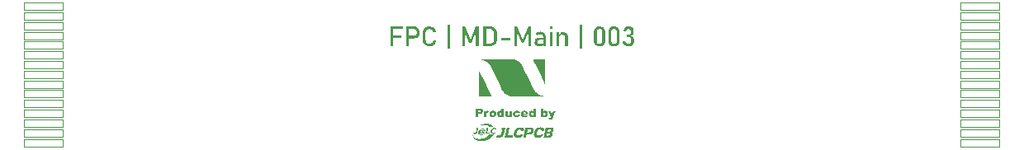
<source format=gbr>
%TF.GenerationSoftware,KiCad,Pcbnew,8.0.1*%
%TF.CreationDate,2024-12-14T13:25:06+09:00*%
%TF.ProjectId,FPC-MD-Main-20240719,4650432d-4d44-42d4-9d61-696e2d323032,rev?*%
%TF.SameCoordinates,Original*%
%TF.FileFunction,Legend,Top*%
%TF.FilePolarity,Positive*%
%FSLAX46Y46*%
G04 Gerber Fmt 4.6, Leading zero omitted, Abs format (unit mm)*
G04 Created by KiCad (PCBNEW 8.0.1) date 2024-12-14 13:25:06*
%MOMM*%
%LPD*%
G01*
G04 APERTURE LIST*
G04 Aperture macros list*
%AMRoundRect*
0 Rectangle with rounded corners*
0 $1 Rounding radius*
0 $2 $3 $4 $5 $6 $7 $8 $9 X,Y pos of 4 corners*
0 Add a 4 corners polygon primitive as box body*
4,1,4,$2,$3,$4,$5,$6,$7,$8,$9,$2,$3,0*
0 Add four circle primitives for the rounded corners*
1,1,$1+$1,$2,$3*
1,1,$1+$1,$4,$5*
1,1,$1+$1,$6,$7*
1,1,$1+$1,$8,$9*
0 Add four rect primitives between the rounded corners*
20,1,$1+$1,$2,$3,$4,$5,0*
20,1,$1+$1,$4,$5,$6,$7,0*
20,1,$1+$1,$6,$7,$8,$9,0*
20,1,$1+$1,$8,$9,$2,$3,0*%
G04 Aperture macros list end*
%ADD10C,0.000000*%
%ADD11C,0.100000*%
%ADD12RoundRect,0.000000X2.000000X-0.350000X2.000000X0.350000X-2.000000X0.350000X-2.000000X-0.350000X0*%
%ADD13RoundRect,0.000000X-2.000000X0.350000X-2.000000X-0.350000X2.000000X-0.350000X2.000000X0.350000X0*%
G04 APERTURE END LIST*
D10*
G36*
X50812642Y-5392158D02*
G01*
X50846715Y-5392701D01*
X50875158Y-5393499D01*
X50901817Y-5394719D01*
X50926792Y-5396385D01*
X50950184Y-5398522D01*
X50972094Y-5401156D01*
X50992623Y-5404310D01*
X51011871Y-5408010D01*
X51029939Y-5412280D01*
X51046928Y-5417146D01*
X51062940Y-5422632D01*
X51078073Y-5428763D01*
X51092430Y-5435564D01*
X51106111Y-5443059D01*
X51119217Y-5451273D01*
X51131849Y-5460232D01*
X51144107Y-5469960D01*
X51150369Y-5475551D01*
X51156448Y-5481590D01*
X51162338Y-5488047D01*
X51168029Y-5494890D01*
X51178781Y-5509620D01*
X51188639Y-5525539D01*
X51197536Y-5542406D01*
X51205405Y-5559982D01*
X51212180Y-5578026D01*
X51217793Y-5596298D01*
X51222179Y-5614558D01*
X51225270Y-5632565D01*
X51227000Y-5650079D01*
X51227302Y-5666859D01*
X51226896Y-5674900D01*
X51226109Y-5682666D01*
X51224932Y-5690130D01*
X51223356Y-5697259D01*
X51221373Y-5704026D01*
X51218974Y-5710398D01*
X51216152Y-5716348D01*
X51212899Y-5721843D01*
X51206921Y-5730272D01*
X51203959Y-5733717D01*
X51200794Y-5736693D01*
X51197256Y-5739235D01*
X51193179Y-5741377D01*
X51188394Y-5743153D01*
X51182736Y-5744597D01*
X51176035Y-5745744D01*
X51168126Y-5746627D01*
X51158840Y-5747281D01*
X51148009Y-5747739D01*
X51121047Y-5748206D01*
X51085898Y-5748301D01*
X51063165Y-5748159D01*
X51041349Y-5747756D01*
X51020972Y-5747129D01*
X51002555Y-5746317D01*
X50986618Y-5745356D01*
X50973682Y-5744283D01*
X50964269Y-5743136D01*
X50961046Y-5742546D01*
X50958898Y-5741951D01*
X50957053Y-5741174D01*
X50955101Y-5740050D01*
X50953059Y-5738603D01*
X50950944Y-5736858D01*
X50948774Y-5734841D01*
X50946564Y-5732575D01*
X50944333Y-5730086D01*
X50942097Y-5727399D01*
X50939874Y-5724538D01*
X50937680Y-5721529D01*
X50935533Y-5718395D01*
X50933449Y-5715162D01*
X50931446Y-5711855D01*
X50929540Y-5708498D01*
X50927749Y-5705116D01*
X50926090Y-5701735D01*
X50921075Y-5692170D01*
X50915536Y-5683313D01*
X50909445Y-5675150D01*
X50902774Y-5667670D01*
X50895495Y-5660859D01*
X50887581Y-5654705D01*
X50879003Y-5649196D01*
X50869734Y-5644320D01*
X50859745Y-5640064D01*
X50849010Y-5636416D01*
X50837499Y-5633363D01*
X50825185Y-5630892D01*
X50812040Y-5628993D01*
X50798036Y-5627651D01*
X50783145Y-5626856D01*
X50767340Y-5626593D01*
X50751280Y-5627057D01*
X50735999Y-5628071D01*
X50721431Y-5629665D01*
X50707511Y-5631868D01*
X50694174Y-5634710D01*
X50681355Y-5638220D01*
X50668988Y-5642428D01*
X50657009Y-5647363D01*
X50645352Y-5653054D01*
X50633953Y-5659532D01*
X50622746Y-5666824D01*
X50611666Y-5674962D01*
X50600648Y-5683974D01*
X50589627Y-5693890D01*
X50578538Y-5704739D01*
X50567315Y-5716551D01*
X50551998Y-5734090D01*
X50545498Y-5742092D01*
X50539633Y-5749905D01*
X50534302Y-5757775D01*
X50529401Y-5765944D01*
X50524829Y-5774655D01*
X50520484Y-5784152D01*
X50516262Y-5794679D01*
X50512063Y-5806479D01*
X50507782Y-5819794D01*
X50503319Y-5834870D01*
X50493434Y-5871273D01*
X50481590Y-5917635D01*
X50471640Y-5959511D01*
X50464049Y-5997898D01*
X50461155Y-6015818D01*
X50458870Y-6032907D01*
X50457202Y-6049177D01*
X50456157Y-6064644D01*
X50455741Y-6079320D01*
X50455961Y-6093218D01*
X50456824Y-6106353D01*
X50458336Y-6118739D01*
X50460503Y-6130387D01*
X50463333Y-6141314D01*
X50466832Y-6151530D01*
X50471007Y-6161051D01*
X50475863Y-6169890D01*
X50481409Y-6178061D01*
X50487649Y-6185576D01*
X50494592Y-6192450D01*
X50502243Y-6198696D01*
X50510609Y-6204328D01*
X50519697Y-6209359D01*
X50529513Y-6213803D01*
X50540064Y-6217673D01*
X50551356Y-6220983D01*
X50563396Y-6223747D01*
X50576191Y-6225978D01*
X50589747Y-6227689D01*
X50604071Y-6228895D01*
X50619169Y-6229608D01*
X50635048Y-6229843D01*
X50657127Y-6229270D01*
X50666979Y-6228822D01*
X50676142Y-6228239D01*
X50684690Y-6227501D01*
X50692701Y-6226587D01*
X50700249Y-6225479D01*
X50707412Y-6224154D01*
X50714265Y-6222595D01*
X50720883Y-6220779D01*
X50727343Y-6218687D01*
X50733721Y-6216300D01*
X50740093Y-6213596D01*
X50746535Y-6210555D01*
X50753123Y-6207158D01*
X50759932Y-6203385D01*
X50764442Y-6200807D01*
X50768830Y-6198244D01*
X50773073Y-6195708D01*
X50777146Y-6193215D01*
X50781027Y-6190777D01*
X50784693Y-6188409D01*
X50788120Y-6186124D01*
X50791285Y-6183938D01*
X50794164Y-6181863D01*
X50796736Y-6179913D01*
X50798975Y-6178103D01*
X50800859Y-6176447D01*
X50802365Y-6174958D01*
X50802969Y-6174280D01*
X50803470Y-6173650D01*
X50803864Y-6173069D01*
X50804150Y-6172538D01*
X50804323Y-6172059D01*
X50804382Y-6171635D01*
X50804540Y-6170869D01*
X50805006Y-6169776D01*
X50805763Y-6168377D01*
X50806796Y-6166690D01*
X50809628Y-6162538D01*
X50813378Y-6157479D01*
X50817921Y-6151677D01*
X50823134Y-6145292D01*
X50828893Y-6138485D01*
X50835073Y-6131418D01*
X50845760Y-6120239D01*
X50850491Y-6115717D01*
X50855082Y-6111839D01*
X50859736Y-6108556D01*
X50864653Y-6105820D01*
X50870035Y-6103579D01*
X50876084Y-6101785D01*
X50883001Y-6100387D01*
X50890987Y-6099337D01*
X50900245Y-6098585D01*
X50910976Y-6098081D01*
X50937661Y-6097618D01*
X50972656Y-6097551D01*
X50993922Y-6097606D01*
X51012950Y-6097791D01*
X51029860Y-6098137D01*
X51037558Y-6098381D01*
X51044772Y-6098676D01*
X51051516Y-6099027D01*
X51057805Y-6099438D01*
X51063654Y-6099912D01*
X51069079Y-6100454D01*
X51074093Y-6101067D01*
X51078712Y-6101755D01*
X51082951Y-6102522D01*
X51086824Y-6103372D01*
X51090348Y-6104309D01*
X51093535Y-6105337D01*
X51096403Y-6106459D01*
X51098964Y-6107680D01*
X51101235Y-6109003D01*
X51103230Y-6110432D01*
X51104965Y-6111972D01*
X51106453Y-6113625D01*
X51107711Y-6115396D01*
X51108752Y-6117289D01*
X51109592Y-6119307D01*
X51110246Y-6121455D01*
X51110729Y-6123736D01*
X51111055Y-6126154D01*
X51111240Y-6128714D01*
X51111298Y-6131418D01*
X51110679Y-6139730D01*
X51108872Y-6149102D01*
X51105955Y-6159400D01*
X51102005Y-6170494D01*
X51097100Y-6182251D01*
X51091318Y-6194540D01*
X51084736Y-6207229D01*
X51077432Y-6220186D01*
X51069482Y-6233279D01*
X51060966Y-6246377D01*
X51051959Y-6259348D01*
X51042540Y-6272061D01*
X51032786Y-6284382D01*
X51022775Y-6296181D01*
X51012584Y-6307326D01*
X51002290Y-6317685D01*
X50982074Y-6335672D01*
X50961457Y-6352345D01*
X50940364Y-6367728D01*
X50918715Y-6381846D01*
X50896433Y-6394724D01*
X50873442Y-6406386D01*
X50849663Y-6416858D01*
X50825019Y-6426164D01*
X50799433Y-6434329D01*
X50772826Y-6441377D01*
X50745122Y-6447335D01*
X50716242Y-6452225D01*
X50686110Y-6456074D01*
X50654648Y-6458906D01*
X50621778Y-6460746D01*
X50587423Y-6461618D01*
X50555350Y-6461365D01*
X50524957Y-6460190D01*
X50496164Y-6458062D01*
X50468890Y-6454954D01*
X50443055Y-6450834D01*
X50418578Y-6445675D01*
X50395378Y-6439445D01*
X50373375Y-6432117D01*
X50362798Y-6428031D01*
X50352489Y-6423660D01*
X50342439Y-6418999D01*
X50332638Y-6414045D01*
X50323076Y-6408794D01*
X50313742Y-6403242D01*
X50304627Y-6397386D01*
X50295720Y-6391222D01*
X50287012Y-6384747D01*
X50278492Y-6377956D01*
X50261978Y-6363414D01*
X50246096Y-6347567D01*
X50230765Y-6330385D01*
X50222680Y-6320452D01*
X50215099Y-6310111D01*
X50208029Y-6299373D01*
X50201479Y-6288250D01*
X50195456Y-6276755D01*
X50189968Y-6264900D01*
X50185022Y-6252698D01*
X50180627Y-6240162D01*
X50176789Y-6227303D01*
X50173518Y-6214133D01*
X50170820Y-6200666D01*
X50168704Y-6186914D01*
X50167177Y-6172889D01*
X50166246Y-6158604D01*
X50165920Y-6144070D01*
X50166207Y-6129301D01*
X50167361Y-6110952D01*
X50169938Y-6088818D01*
X50178791Y-6035424D01*
X50191638Y-5973571D01*
X50207349Y-5907713D01*
X50224797Y-5842301D01*
X50242853Y-5781788D01*
X50260388Y-5730626D01*
X50268607Y-5709943D01*
X50276273Y-5693268D01*
X50289619Y-5669140D01*
X50304954Y-5645256D01*
X50322133Y-5621735D01*
X50341014Y-5598696D01*
X50361450Y-5576258D01*
X50383300Y-5554542D01*
X50406417Y-5533665D01*
X50430658Y-5513748D01*
X50455879Y-5494910D01*
X50481935Y-5477271D01*
X50508683Y-5460949D01*
X50535979Y-5446064D01*
X50563677Y-5432736D01*
X50591634Y-5421084D01*
X50619706Y-5411227D01*
X50647749Y-5403285D01*
X50663070Y-5400008D01*
X50681218Y-5397315D01*
X50702145Y-5395192D01*
X50725800Y-5393627D01*
X50752135Y-5392608D01*
X50781098Y-5392123D01*
X50812642Y-5392158D01*
G37*
G36*
X52941213Y-5389497D02*
G01*
X52966980Y-5390574D01*
X52991775Y-5392205D01*
X53015262Y-5394395D01*
X53037103Y-5397145D01*
X53056964Y-5400461D01*
X53074507Y-5404343D01*
X53100837Y-5411846D01*
X53125458Y-5420466D01*
X53148370Y-5430202D01*
X53159185Y-5435488D01*
X53169575Y-5441054D01*
X53179538Y-5446899D01*
X53189075Y-5453022D01*
X53198186Y-5459425D01*
X53206871Y-5466107D01*
X53215130Y-5473067D01*
X53222965Y-5480307D01*
X53230374Y-5487826D01*
X53237358Y-5495624D01*
X53243917Y-5503701D01*
X53250052Y-5512057D01*
X53255762Y-5520692D01*
X53261048Y-5529607D01*
X53265911Y-5538800D01*
X53270349Y-5548272D01*
X53274364Y-5558024D01*
X53277955Y-5568054D01*
X53281123Y-5578363D01*
X53283868Y-5588952D01*
X53286190Y-5599819D01*
X53288090Y-5610966D01*
X53289567Y-5622392D01*
X53290622Y-5634096D01*
X53291465Y-5658343D01*
X53291404Y-5665059D01*
X53291223Y-5671690D01*
X53290928Y-5678200D01*
X53290523Y-5684553D01*
X53290012Y-5690714D01*
X53289400Y-5696648D01*
X53288692Y-5702317D01*
X53287893Y-5707688D01*
X53287007Y-5712723D01*
X53286039Y-5717388D01*
X53284993Y-5721647D01*
X53283875Y-5725464D01*
X53282688Y-5728804D01*
X53281438Y-5731631D01*
X53280790Y-5732840D01*
X53280128Y-5733908D01*
X53279453Y-5734830D01*
X53278765Y-5735601D01*
X53276756Y-5737139D01*
X53273905Y-5738578D01*
X53270214Y-5739917D01*
X53265685Y-5741158D01*
X53260318Y-5742299D01*
X53254115Y-5743340D01*
X53239210Y-5745126D01*
X53220980Y-5746515D01*
X53199440Y-5747508D01*
X53174600Y-5748103D01*
X53146473Y-5748301D01*
X53026882Y-5748301D01*
X53000423Y-5705968D01*
X52993570Y-5695670D01*
X52986473Y-5686192D01*
X52979087Y-5677512D01*
X52971369Y-5669604D01*
X52963272Y-5662447D01*
X52954752Y-5656018D01*
X52945764Y-5650292D01*
X52936262Y-5645246D01*
X52926203Y-5640858D01*
X52915540Y-5637104D01*
X52904229Y-5633961D01*
X52892226Y-5631405D01*
X52879484Y-5629414D01*
X52865959Y-5627963D01*
X52851607Y-5627031D01*
X52836382Y-5626593D01*
X52823710Y-5626838D01*
X52811293Y-5627572D01*
X52799133Y-5628795D01*
X52787229Y-5630506D01*
X52775584Y-5632705D01*
X52764198Y-5635390D01*
X52753072Y-5638562D01*
X52742207Y-5642220D01*
X52731604Y-5646363D01*
X52721263Y-5650991D01*
X52711187Y-5656103D01*
X52701376Y-5661698D01*
X52691831Y-5667776D01*
X52682552Y-5674337D01*
X52673541Y-5681379D01*
X52664799Y-5688902D01*
X52656327Y-5696906D01*
X52648126Y-5705391D01*
X52640196Y-5714354D01*
X52632539Y-5723796D01*
X52625155Y-5733717D01*
X52618046Y-5744115D01*
X52604656Y-5766343D01*
X52592376Y-5790474D01*
X52581214Y-5816504D01*
X52571177Y-5844429D01*
X52562274Y-5874243D01*
X52553183Y-5908842D01*
X52545361Y-5940893D01*
X52538810Y-5970526D01*
X52533533Y-5997870D01*
X52529534Y-6023056D01*
X52528014Y-6034880D01*
X52526815Y-6046214D01*
X52525937Y-6057073D01*
X52525380Y-6067475D01*
X52525145Y-6077434D01*
X52525232Y-6086968D01*
X52525641Y-6096093D01*
X52526373Y-6104824D01*
X52527429Y-6113179D01*
X52528808Y-6121174D01*
X52530511Y-6128824D01*
X52532538Y-6136146D01*
X52534891Y-6143157D01*
X52537568Y-6149873D01*
X52540571Y-6156309D01*
X52543900Y-6162483D01*
X52547555Y-6168410D01*
X52551537Y-6174107D01*
X52555846Y-6179590D01*
X52560483Y-6184875D01*
X52565447Y-6189979D01*
X52570740Y-6194918D01*
X52578789Y-6201378D01*
X52587808Y-6207260D01*
X52597722Y-6212556D01*
X52608460Y-6217259D01*
X52619948Y-6221359D01*
X52632113Y-6224851D01*
X52644883Y-6227726D01*
X52658185Y-6229975D01*
X52671946Y-6231592D01*
X52686092Y-6232569D01*
X52700552Y-6232898D01*
X52715252Y-6232571D01*
X52730120Y-6231581D01*
X52745082Y-6229919D01*
X52760066Y-6227579D01*
X52774998Y-6224551D01*
X52783420Y-6222534D01*
X52791274Y-6220421D01*
X52798639Y-6218166D01*
X52805591Y-6215721D01*
X52812208Y-6213040D01*
X52818568Y-6210078D01*
X52824748Y-6206787D01*
X52830826Y-6203120D01*
X52836878Y-6199032D01*
X52842984Y-6194476D01*
X52849220Y-6189405D01*
X52855663Y-6183772D01*
X52862392Y-6177532D01*
X52869484Y-6170638D01*
X52877016Y-6163043D01*
X52885065Y-6154701D01*
X52939040Y-6097551D01*
X53043815Y-6097551D01*
X53069325Y-6097752D01*
X53080983Y-6098005D01*
X53091920Y-6098362D01*
X53102144Y-6098824D01*
X53111662Y-6099393D01*
X53120483Y-6100071D01*
X53128614Y-6100859D01*
X53136063Y-6101758D01*
X53142837Y-6102771D01*
X53148945Y-6103898D01*
X53154394Y-6105142D01*
X53159192Y-6106503D01*
X53163347Y-6107984D01*
X53166866Y-6109585D01*
X53169757Y-6111310D01*
X53172920Y-6113778D01*
X53175662Y-6116076D01*
X53177986Y-6118281D01*
X53179894Y-6120471D01*
X53180691Y-6121584D01*
X53181385Y-6122722D01*
X53181976Y-6123896D01*
X53182463Y-6125113D01*
X53182847Y-6126386D01*
X53183128Y-6127722D01*
X53183307Y-6129131D01*
X53183383Y-6130624D01*
X53183228Y-6133899D01*
X53182666Y-6137623D01*
X53181697Y-6141875D01*
X53180324Y-6146731D01*
X53178547Y-6152269D01*
X53176370Y-6158567D01*
X53170816Y-6173751D01*
X53162121Y-6194253D01*
X53151962Y-6214439D01*
X53140410Y-6234241D01*
X53127540Y-6253589D01*
X53113422Y-6272417D01*
X53098131Y-6290656D01*
X53081740Y-6308237D01*
X53064321Y-6325093D01*
X53045946Y-6341155D01*
X53026690Y-6356355D01*
X53006624Y-6370625D01*
X52985822Y-6383897D01*
X52964356Y-6396102D01*
X52942300Y-6407172D01*
X52919726Y-6417039D01*
X52896707Y-6425635D01*
X52881588Y-6430128D01*
X52863667Y-6434796D01*
X52843612Y-6439513D01*
X52822094Y-6444156D01*
X52799783Y-6448600D01*
X52777347Y-6452721D01*
X52755457Y-6456397D01*
X52734782Y-6459501D01*
X52708722Y-6462232D01*
X52683140Y-6464081D01*
X52658056Y-6465059D01*
X52633490Y-6465180D01*
X52609461Y-6464452D01*
X52585989Y-6462889D01*
X52563093Y-6460502D01*
X52540793Y-6457302D01*
X52519108Y-6453300D01*
X52498059Y-6448508D01*
X52477664Y-6442938D01*
X52457943Y-6436600D01*
X52438916Y-6429507D01*
X52420602Y-6421669D01*
X52403021Y-6413099D01*
X52386193Y-6403807D01*
X52370137Y-6393804D01*
X52354872Y-6383104D01*
X52340419Y-6371716D01*
X52326796Y-6359652D01*
X52314024Y-6346924D01*
X52302121Y-6333543D01*
X52291108Y-6319521D01*
X52281005Y-6304869D01*
X52271829Y-6289598D01*
X52263602Y-6273720D01*
X52256343Y-6257246D01*
X52250071Y-6240189D01*
X52244806Y-6222558D01*
X52240568Y-6204366D01*
X52237375Y-6185624D01*
X52235248Y-6166343D01*
X52234963Y-6148145D01*
X52236385Y-6125339D01*
X52239364Y-6098573D01*
X52243748Y-6068497D01*
X52256122Y-6001014D01*
X52272290Y-5928086D01*
X52291038Y-5854910D01*
X52311151Y-5786682D01*
X52321339Y-5756048D01*
X52331412Y-5728600D01*
X52341219Y-5704987D01*
X52350607Y-5685860D01*
X52364390Y-5661607D01*
X52379513Y-5638090D01*
X52395925Y-5615348D01*
X52413578Y-5593421D01*
X52432421Y-5572350D01*
X52452405Y-5552175D01*
X52473481Y-5532936D01*
X52495598Y-5514674D01*
X52518708Y-5497429D01*
X52542760Y-5481242D01*
X52567706Y-5466152D01*
X52593494Y-5452199D01*
X52620077Y-5439426D01*
X52647403Y-5427870D01*
X52675424Y-5417574D01*
X52704090Y-5408576D01*
X52721075Y-5404273D01*
X52740452Y-5400494D01*
X52761884Y-5397242D01*
X52785036Y-5394520D01*
X52809571Y-5392332D01*
X52835152Y-5390680D01*
X52888108Y-5388997D01*
X52941213Y-5389497D01*
G37*
G36*
X49185188Y-5400050D02*
G01*
X49240512Y-5402772D01*
X49263106Y-5404596D01*
X49281078Y-5406710D01*
X49293498Y-5409100D01*
X49297334Y-5410394D01*
X49299432Y-5411751D01*
X49301082Y-5415368D01*
X49302016Y-5420892D01*
X49301449Y-5439036D01*
X49297162Y-5468938D01*
X49288584Y-5513351D01*
X49256272Y-5656722D01*
X49199948Y-5891176D01*
X49188920Y-5935960D01*
X49178399Y-5977193D01*
X49168297Y-6015092D01*
X49158525Y-6049877D01*
X49148994Y-6081765D01*
X49139617Y-6110977D01*
X49130305Y-6137730D01*
X49120970Y-6162242D01*
X49111524Y-6184733D01*
X49101877Y-6205421D01*
X49091942Y-6224524D01*
X49081630Y-6242262D01*
X49070853Y-6258852D01*
X49059523Y-6274514D01*
X49047551Y-6289466D01*
X49034849Y-6303926D01*
X49011572Y-6327776D01*
X48986994Y-6349712D01*
X48961130Y-6369732D01*
X48933993Y-6387832D01*
X48905597Y-6404011D01*
X48875956Y-6418264D01*
X48845084Y-6430588D01*
X48812995Y-6440981D01*
X48779704Y-6449438D01*
X48745223Y-6455958D01*
X48709567Y-6460537D01*
X48672750Y-6463172D01*
X48634785Y-6463860D01*
X48595688Y-6462598D01*
X48555471Y-6459382D01*
X48514149Y-6454210D01*
X48493044Y-6450553D01*
X48472906Y-6446785D01*
X48454208Y-6442992D01*
X48437419Y-6439261D01*
X48423012Y-6435678D01*
X48416848Y-6433970D01*
X48411457Y-6432332D01*
X48406897Y-6430774D01*
X48403226Y-6429308D01*
X48400504Y-6427944D01*
X48399517Y-6427304D01*
X48398790Y-6426693D01*
X48397662Y-6424878D01*
X48396849Y-6422055D01*
X48396109Y-6413652D01*
X48396458Y-6402008D01*
X48397781Y-6387650D01*
X48399967Y-6371103D01*
X48402901Y-6352893D01*
X48410564Y-6313584D01*
X48419864Y-6273927D01*
X48424845Y-6255282D01*
X48429895Y-6238128D01*
X48434902Y-6222988D01*
X48439753Y-6210390D01*
X48444334Y-6200858D01*
X48446488Y-6197406D01*
X48448532Y-6194918D01*
X48450409Y-6193232D01*
X48452486Y-6191745D01*
X48454789Y-6190460D01*
X48457346Y-6189378D01*
X48460181Y-6188501D01*
X48463321Y-6187830D01*
X48466794Y-6187367D01*
X48470624Y-6187113D01*
X48474839Y-6187070D01*
X48479465Y-6187239D01*
X48484528Y-6187622D01*
X48490055Y-6188221D01*
X48496071Y-6189036D01*
X48502604Y-6190071D01*
X48517323Y-6192801D01*
X48530528Y-6194775D01*
X48545965Y-6196687D01*
X48563088Y-6198475D01*
X48581353Y-6200077D01*
X48600212Y-6201431D01*
X48619122Y-6202475D01*
X48637535Y-6203147D01*
X48654907Y-6203385D01*
X48675072Y-6203069D01*
X48693941Y-6202099D01*
X48711582Y-6200441D01*
X48719964Y-6199343D01*
X48728064Y-6198060D01*
X48735891Y-6196588D01*
X48743454Y-6194923D01*
X48750761Y-6193060D01*
X48757821Y-6190995D01*
X48764642Y-6188724D01*
X48771233Y-6186242D01*
X48777603Y-6183546D01*
X48783759Y-6180630D01*
X48789710Y-6177492D01*
X48795465Y-6174126D01*
X48801033Y-6170528D01*
X48806422Y-6166694D01*
X48811640Y-6162620D01*
X48816696Y-6158302D01*
X48821599Y-6153734D01*
X48826357Y-6148914D01*
X48830978Y-6143836D01*
X48835471Y-6138496D01*
X48839845Y-6132891D01*
X48844109Y-6127015D01*
X48848270Y-6120865D01*
X48852337Y-6114437D01*
X48856318Y-6107725D01*
X48860224Y-6100726D01*
X48866983Y-6085956D01*
X48874807Y-6065266D01*
X48892751Y-6009726D01*
X48912257Y-5941313D01*
X48931529Y-5867232D01*
X48948766Y-5794688D01*
X48962171Y-5730888D01*
X48966874Y-5704519D01*
X48969945Y-5683038D01*
X48971159Y-5667346D01*
X48970290Y-5658343D01*
X48969387Y-5656720D01*
X48968273Y-5655036D01*
X48966960Y-5653301D01*
X48965462Y-5651530D01*
X48963789Y-5649734D01*
X48961956Y-5647925D01*
X48959973Y-5646116D01*
X48957855Y-5644320D01*
X48955612Y-5642549D01*
X48953258Y-5640814D01*
X48950804Y-5639130D01*
X48948264Y-5637507D01*
X48945649Y-5635959D01*
X48942972Y-5634497D01*
X48940245Y-5633135D01*
X48937482Y-5631885D01*
X48934893Y-5630857D01*
X48932298Y-5629762D01*
X48929715Y-5628608D01*
X48927163Y-5627403D01*
X48924661Y-5626155D01*
X48922227Y-5624871D01*
X48919880Y-5623559D01*
X48917638Y-5622227D01*
X48915520Y-5620883D01*
X48913545Y-5619534D01*
X48911731Y-5618188D01*
X48910097Y-5616853D01*
X48908662Y-5615537D01*
X48907443Y-5614246D01*
X48906921Y-5613614D01*
X48906460Y-5612990D01*
X48906063Y-5612378D01*
X48905732Y-5611776D01*
X48905258Y-5610409D01*
X48905021Y-5608134D01*
X48905207Y-5601092D01*
X48906192Y-5591119D01*
X48907881Y-5578687D01*
X48912987Y-5548320D01*
X48919755Y-5513748D01*
X48927415Y-5478730D01*
X48935200Y-5447024D01*
X48942339Y-5422386D01*
X48945427Y-5413893D01*
X48948065Y-5408576D01*
X48949875Y-5407147D01*
X48953441Y-5405833D01*
X48965377Y-5403547D01*
X48982940Y-5401705D01*
X49005198Y-5400292D01*
X49060077Y-5398698D01*
X49122558Y-5398654D01*
X49185188Y-5400050D01*
G37*
G36*
X48196119Y-5442840D02*
G01*
X48209286Y-5443131D01*
X48222276Y-5443706D01*
X48234912Y-5444563D01*
X48247018Y-5445701D01*
X48258418Y-5447117D01*
X48268933Y-5448812D01*
X48278389Y-5450782D01*
X48286607Y-5453026D01*
X48290508Y-5454524D01*
X48294646Y-5456228D01*
X48303490Y-5460187D01*
X48312856Y-5464765D01*
X48322458Y-5469827D01*
X48332010Y-5475237D01*
X48341227Y-5480857D01*
X48345620Y-5483704D01*
X48349824Y-5486552D01*
X48353800Y-5489385D01*
X48357515Y-5492185D01*
X48393498Y-5517585D01*
X48353282Y-5558860D01*
X48349119Y-5563160D01*
X48344980Y-5567318D01*
X48340892Y-5571315D01*
X48336878Y-5575132D01*
X48332963Y-5578750D01*
X48329172Y-5582151D01*
X48325529Y-5585317D01*
X48322061Y-5588228D01*
X48318791Y-5590867D01*
X48315744Y-5593214D01*
X48312945Y-5595251D01*
X48310419Y-5596960D01*
X48308191Y-5598321D01*
X48306285Y-5599316D01*
X48305461Y-5599671D01*
X48304726Y-5599927D01*
X48304085Y-5600082D01*
X48303540Y-5600135D01*
X48302427Y-5600025D01*
X48301082Y-5599703D01*
X48299524Y-5599179D01*
X48297769Y-5598464D01*
X48295834Y-5597570D01*
X48293736Y-5596507D01*
X48291492Y-5595286D01*
X48289120Y-5593917D01*
X48284058Y-5590781D01*
X48278686Y-5587187D01*
X48273140Y-5583220D01*
X48267557Y-5578968D01*
X48264052Y-5576373D01*
X48260294Y-5573945D01*
X48252068Y-5569592D01*
X48242984Y-5565908D01*
X48233144Y-5562895D01*
X48222654Y-5560550D01*
X48211616Y-5558876D01*
X48200135Y-5557872D01*
X48188314Y-5557537D01*
X48176258Y-5557872D01*
X48164070Y-5558876D01*
X48151854Y-5560550D01*
X48139713Y-5562895D01*
X48127753Y-5565908D01*
X48116077Y-5569592D01*
X48104788Y-5573945D01*
X48093990Y-5578968D01*
X48079240Y-5587483D01*
X48065186Y-5597478D01*
X48051879Y-5608848D01*
X48039370Y-5621483D01*
X48027711Y-5635279D01*
X48016953Y-5650126D01*
X48007147Y-5665920D01*
X47998343Y-5682552D01*
X47990594Y-5699916D01*
X47983950Y-5717905D01*
X47978463Y-5736412D01*
X47974183Y-5755329D01*
X47971163Y-5774551D01*
X47969452Y-5793969D01*
X47969102Y-5813477D01*
X47970165Y-5832968D01*
X47971527Y-5843658D01*
X47973421Y-5853896D01*
X47975832Y-5863676D01*
X47978747Y-5872992D01*
X47982153Y-5881840D01*
X47986034Y-5890213D01*
X47990377Y-5898106D01*
X47995168Y-5905513D01*
X48000393Y-5912429D01*
X48006039Y-5918848D01*
X48012090Y-5924764D01*
X48018534Y-5930171D01*
X48025356Y-5935065D01*
X48032543Y-5939439D01*
X48040079Y-5943288D01*
X48047953Y-5946607D01*
X48056148Y-5949388D01*
X48064652Y-5951628D01*
X48073451Y-5953320D01*
X48082530Y-5954459D01*
X48091876Y-5955039D01*
X48101475Y-5955055D01*
X48111312Y-5954500D01*
X48121374Y-5953370D01*
X48131647Y-5951658D01*
X48142117Y-5949360D01*
X48152770Y-5946468D01*
X48163592Y-5942979D01*
X48174569Y-5938886D01*
X48185687Y-5934183D01*
X48196932Y-5928865D01*
X48208290Y-5922926D01*
X48253798Y-5898585D01*
X48285548Y-5936685D01*
X48289344Y-5941348D01*
X48292795Y-5945811D01*
X48295906Y-5950072D01*
X48298678Y-5954131D01*
X48301116Y-5957984D01*
X48303222Y-5961632D01*
X48304151Y-5963378D01*
X48304999Y-5965072D01*
X48305765Y-5966713D01*
X48306450Y-5968302D01*
X48307055Y-5969839D01*
X48307580Y-5971322D01*
X48308024Y-5972752D01*
X48308389Y-5974129D01*
X48308675Y-5975453D01*
X48308883Y-5976723D01*
X48309012Y-5977939D01*
X48309063Y-5979101D01*
X48309037Y-5980208D01*
X48308933Y-5981261D01*
X48308753Y-5982260D01*
X48308497Y-5983204D01*
X48308164Y-5984092D01*
X48307756Y-5984926D01*
X48307273Y-5985704D01*
X48306715Y-5986426D01*
X48301941Y-5991375D01*
X48295662Y-5996648D01*
X48288035Y-6002172D01*
X48279215Y-6007874D01*
X48269359Y-6013682D01*
X48258625Y-6019522D01*
X48247168Y-6025322D01*
X48235145Y-6031009D01*
X48222713Y-6036509D01*
X48210028Y-6041751D01*
X48197248Y-6046661D01*
X48184527Y-6051167D01*
X48172024Y-6055195D01*
X48159894Y-6058672D01*
X48148295Y-6061526D01*
X48137382Y-6063685D01*
X48124715Y-6065735D01*
X48112123Y-6067326D01*
X48099618Y-6068462D01*
X48087214Y-6069150D01*
X48074923Y-6069394D01*
X48062758Y-6069201D01*
X48050732Y-6068574D01*
X48038858Y-6067521D01*
X48027147Y-6066046D01*
X48015614Y-6064155D01*
X48004271Y-6061853D01*
X47993130Y-6059145D01*
X47982205Y-6056038D01*
X47971508Y-6052536D01*
X47961052Y-6048645D01*
X47950851Y-6044370D01*
X47940915Y-6039717D01*
X47931259Y-6034691D01*
X47921896Y-6029298D01*
X47912837Y-6023542D01*
X47904097Y-6017431D01*
X47895686Y-6010967D01*
X47887620Y-6004159D01*
X47879909Y-5997010D01*
X47872567Y-5989526D01*
X47865608Y-5981712D01*
X47859042Y-5973575D01*
X47852884Y-5965119D01*
X47847147Y-5956350D01*
X47841842Y-5947273D01*
X47836982Y-5937894D01*
X47832582Y-5928218D01*
X47828724Y-5917288D01*
X47825481Y-5905222D01*
X47822850Y-5892148D01*
X47820824Y-5878195D01*
X47819400Y-5863492D01*
X47818573Y-5848167D01*
X47818338Y-5832349D01*
X47818691Y-5816167D01*
X47819627Y-5799749D01*
X47821141Y-5783224D01*
X47823228Y-5766721D01*
X47825884Y-5750368D01*
X47829105Y-5734295D01*
X47832886Y-5718629D01*
X47837221Y-5703499D01*
X47842107Y-5689035D01*
X47850240Y-5669675D01*
X47859898Y-5650544D01*
X47870991Y-5631720D01*
X47883431Y-5613281D01*
X47897131Y-5595308D01*
X47912000Y-5577879D01*
X47927952Y-5561073D01*
X47944897Y-5544969D01*
X47962748Y-5529647D01*
X47981416Y-5515185D01*
X48000813Y-5501662D01*
X48020849Y-5489158D01*
X48041438Y-5477752D01*
X48062490Y-5467523D01*
X48083918Y-5458549D01*
X48105632Y-5450910D01*
X48113850Y-5448875D01*
X48123305Y-5447137D01*
X48133821Y-5445694D01*
X48145220Y-5444543D01*
X48157326Y-5443684D01*
X48169963Y-5443115D01*
X48182953Y-5442834D01*
X48196119Y-5442840D01*
G37*
G36*
X49563326Y-3895744D02*
G01*
X49563373Y-3939397D01*
X49563590Y-3977778D01*
X49564091Y-4011227D01*
X49564987Y-4040083D01*
X49565618Y-4052893D01*
X49566391Y-4064683D01*
X49567320Y-4075493D01*
X49568418Y-4085367D01*
X49569699Y-4094346D01*
X49571179Y-4102473D01*
X49572870Y-4109790D01*
X49574787Y-4116341D01*
X49576944Y-4122166D01*
X49579355Y-4127308D01*
X49582035Y-4131810D01*
X49584997Y-4135714D01*
X49588256Y-4139062D01*
X49591825Y-4141898D01*
X49595720Y-4144262D01*
X49599953Y-4146197D01*
X49604539Y-4147746D01*
X49609492Y-4148952D01*
X49614826Y-4149855D01*
X49620556Y-4150500D01*
X49626695Y-4150927D01*
X49633258Y-4151180D01*
X49647710Y-4151332D01*
X49651632Y-4151256D01*
X49655487Y-4151029D01*
X49659272Y-4150652D01*
X49662987Y-4150126D01*
X49666631Y-4149452D01*
X49670203Y-4148631D01*
X49673700Y-4147664D01*
X49677123Y-4146552D01*
X49680470Y-4145297D01*
X49683740Y-4143898D01*
X49686931Y-4142358D01*
X49690042Y-4140677D01*
X49693073Y-4138857D01*
X49696021Y-4136898D01*
X49698887Y-4134801D01*
X49701668Y-4132568D01*
X49704363Y-4130200D01*
X49706972Y-4127697D01*
X49709493Y-4125060D01*
X49711924Y-4122291D01*
X49714266Y-4119391D01*
X49716515Y-4116361D01*
X49718672Y-4113201D01*
X49720735Y-4109913D01*
X49722703Y-4106498D01*
X49724575Y-4102956D01*
X49728025Y-4095499D01*
X49731076Y-4087551D01*
X49733718Y-4079118D01*
X49735231Y-4069597D01*
X49736697Y-4053762D01*
X49738068Y-4032450D01*
X49739296Y-4006499D01*
X49741134Y-3944022D01*
X49741831Y-3873025D01*
X49741831Y-3696954D01*
X49985248Y-3696954D01*
X49985248Y-4329837D01*
X49758059Y-4329837D01*
X49758059Y-4229225D01*
X49719924Y-4266549D01*
X49709628Y-4276212D01*
X49699403Y-4285132D01*
X49689204Y-4293324D01*
X49678987Y-4300805D01*
X49668708Y-4307592D01*
X49658323Y-4313701D01*
X49647789Y-4319150D01*
X49637061Y-4323955D01*
X49626095Y-4328132D01*
X49614847Y-4331698D01*
X49603274Y-4334669D01*
X49591331Y-4337064D01*
X49578975Y-4338897D01*
X49566161Y-4340186D01*
X49552845Y-4340947D01*
X49538984Y-4341197D01*
X49524975Y-4341120D01*
X49511538Y-4340580D01*
X49498655Y-4339572D01*
X49486307Y-4338091D01*
X49474478Y-4336128D01*
X49463149Y-4333680D01*
X49452303Y-4330740D01*
X49441922Y-4327302D01*
X49431987Y-4323359D01*
X49422482Y-4318907D01*
X49413388Y-4313939D01*
X49404687Y-4308449D01*
X49396361Y-4302432D01*
X49388394Y-4295881D01*
X49380766Y-4288790D01*
X49373461Y-4281154D01*
X49364837Y-4271165D01*
X49357182Y-4261334D01*
X49350441Y-4251286D01*
X49344555Y-4240648D01*
X49339468Y-4229045D01*
X49335123Y-4216102D01*
X49331462Y-4201445D01*
X49328429Y-4184700D01*
X49325966Y-4165492D01*
X49324017Y-4143448D01*
X49321431Y-4089349D01*
X49320213Y-4019410D01*
X49319909Y-3930634D01*
X49319909Y-3696954D01*
X49563326Y-3696954D01*
X49563326Y-3895744D01*
G37*
G36*
X53408270Y273875D02*
G01*
X53407890Y-414069D01*
X53407080Y-815635D01*
X53406421Y-931278D01*
X53405542Y-1002029D01*
X53404407Y-1036787D01*
X53403732Y-1043452D01*
X53403366Y-1044592D01*
X53402979Y-1044456D01*
X53198368Y-607364D01*
X52857232Y124650D01*
X52442718Y1013650D01*
X52233168Y1462736D01*
X52208567Y1515372D01*
X52188497Y1558648D01*
X52174976Y1588099D01*
X52170021Y1599261D01*
X52351922Y1600540D01*
X52789145Y1601024D01*
X53408270Y1601024D01*
X53408270Y273875D01*
G37*
G36*
X49173859Y-4329837D02*
G01*
X48946670Y-4329837D01*
X48946670Y-4238150D01*
X48906101Y-4276286D01*
X48893100Y-4287906D01*
X48879953Y-4298429D01*
X48866643Y-4307861D01*
X48853158Y-4316208D01*
X48839482Y-4323476D01*
X48825602Y-4329671D01*
X48811504Y-4334798D01*
X48797172Y-4338864D01*
X48782593Y-4341874D01*
X48767753Y-4343835D01*
X48752637Y-4344753D01*
X48737231Y-4344632D01*
X48721520Y-4343481D01*
X48705492Y-4341303D01*
X48689130Y-4338105D01*
X48672421Y-4333894D01*
X48659955Y-4329947D01*
X48647816Y-4325268D01*
X48636016Y-4319877D01*
X48624562Y-4313795D01*
X48613465Y-4307040D01*
X48602734Y-4299633D01*
X48592378Y-4291594D01*
X48582408Y-4282942D01*
X48563660Y-4263877D01*
X48546567Y-4242599D01*
X48531205Y-4219264D01*
X48517649Y-4194031D01*
X48505975Y-4167058D01*
X48496261Y-4138503D01*
X48488581Y-4108524D01*
X48483012Y-4077280D01*
X48479631Y-4044927D01*
X48478643Y-4015525D01*
X48718974Y-4015525D01*
X48719654Y-4033763D01*
X48721613Y-4051716D01*
X48724849Y-4069130D01*
X48729358Y-4085749D01*
X48732088Y-4093680D01*
X48735136Y-4101317D01*
X48738500Y-4108627D01*
X48742180Y-4115578D01*
X48746175Y-4122139D01*
X48750486Y-4128278D01*
X48755111Y-4133963D01*
X48760051Y-4139161D01*
X48764394Y-4143100D01*
X48768895Y-4146704D01*
X48773540Y-4149976D01*
X48778315Y-4152918D01*
X48783208Y-4155532D01*
X48788204Y-4157822D01*
X48793290Y-4159789D01*
X48798453Y-4161436D01*
X48803678Y-4162766D01*
X48808953Y-4163781D01*
X48814264Y-4164483D01*
X48819598Y-4164876D01*
X48824940Y-4164962D01*
X48830278Y-4164743D01*
X48835598Y-4164222D01*
X48840886Y-4163401D01*
X48846129Y-4162283D01*
X48851313Y-4160870D01*
X48856425Y-4159166D01*
X48861451Y-4157171D01*
X48866378Y-4154890D01*
X48871192Y-4152324D01*
X48875880Y-4149476D01*
X48880428Y-4146349D01*
X48884823Y-4142945D01*
X48889051Y-4139266D01*
X48893099Y-4135316D01*
X48896952Y-4131096D01*
X48900599Y-4126609D01*
X48904024Y-4121858D01*
X48907215Y-4116846D01*
X48910158Y-4111574D01*
X48913370Y-4104565D01*
X48916305Y-4096696D01*
X48918953Y-4088076D01*
X48921302Y-4078814D01*
X48923342Y-4069019D01*
X48925062Y-4058802D01*
X48926452Y-4048270D01*
X48927501Y-4037534D01*
X48928198Y-4026703D01*
X48928533Y-4015887D01*
X48928494Y-4005194D01*
X48928072Y-3994734D01*
X48927255Y-3984616D01*
X48926032Y-3974950D01*
X48924394Y-3965844D01*
X48922329Y-3957410D01*
X48921152Y-3953392D01*
X48919761Y-3949266D01*
X48918171Y-3945056D01*
X48916395Y-3940789D01*
X48914448Y-3936488D01*
X48912345Y-3932179D01*
X48910098Y-3927887D01*
X48907724Y-3923636D01*
X48905235Y-3919451D01*
X48902646Y-3915359D01*
X48899972Y-3911382D01*
X48897226Y-3907547D01*
X48894424Y-3903879D01*
X48891578Y-3900402D01*
X48888704Y-3897141D01*
X48885816Y-3894121D01*
X48881700Y-3890077D01*
X48877835Y-3886448D01*
X48874171Y-3883214D01*
X48870653Y-3880353D01*
X48867231Y-3877844D01*
X48863852Y-3875666D01*
X48860463Y-3873796D01*
X48857012Y-3872214D01*
X48853447Y-3870898D01*
X48849716Y-3869827D01*
X48845766Y-3868980D01*
X48841545Y-3868334D01*
X48837000Y-3867870D01*
X48832081Y-3867564D01*
X48826733Y-3867397D01*
X48820905Y-3867346D01*
X48815346Y-3867396D01*
X48810203Y-3867556D01*
X48805439Y-3867843D01*
X48801013Y-3868271D01*
X48796887Y-3868856D01*
X48793022Y-3869613D01*
X48789377Y-3870558D01*
X48787625Y-3871106D01*
X48785914Y-3871707D01*
X48784239Y-3872362D01*
X48782594Y-3873074D01*
X48780975Y-3873844D01*
X48779377Y-3874675D01*
X48777795Y-3875568D01*
X48776224Y-3876526D01*
X48773097Y-3878642D01*
X48769955Y-3881038D01*
X48766759Y-3883730D01*
X48763471Y-3886734D01*
X48760051Y-3890065D01*
X48755042Y-3895484D01*
X48750361Y-3901375D01*
X48746007Y-3907706D01*
X48741980Y-3914446D01*
X48738279Y-3921561D01*
X48734904Y-3929021D01*
X48731854Y-3936793D01*
X48729129Y-3944846D01*
X48724653Y-3961664D01*
X48721470Y-3979221D01*
X48719579Y-3997259D01*
X48718974Y-4015525D01*
X48478643Y-4015525D01*
X48478512Y-4011625D01*
X48479732Y-3977532D01*
X48483367Y-3942805D01*
X48485841Y-3926703D01*
X48488703Y-3911246D01*
X48491962Y-3896412D01*
X48495627Y-3882179D01*
X48499705Y-3868526D01*
X48504205Y-3855431D01*
X48509135Y-3842874D01*
X48514504Y-3830833D01*
X48520320Y-3819286D01*
X48526591Y-3808212D01*
X48533326Y-3797590D01*
X48540532Y-3787398D01*
X48548219Y-3777615D01*
X48556394Y-3768220D01*
X48565066Y-3759190D01*
X48574243Y-3750505D01*
X48583520Y-3742459D01*
X48592818Y-3735043D01*
X48602175Y-3728243D01*
X48611630Y-3722044D01*
X48621224Y-3716429D01*
X48630994Y-3711383D01*
X48640981Y-3706891D01*
X48651223Y-3702938D01*
X48661761Y-3699508D01*
X48672632Y-3696585D01*
X48683876Y-3694154D01*
X48695533Y-3692200D01*
X48707641Y-3690707D01*
X48720241Y-3689659D01*
X48733370Y-3689042D01*
X48747069Y-3688840D01*
X48758969Y-3689127D01*
X48770350Y-3689691D01*
X48781244Y-3690543D01*
X48791682Y-3691693D01*
X48801698Y-3693151D01*
X48811322Y-3694930D01*
X48820587Y-3697039D01*
X48829526Y-3699489D01*
X48838170Y-3702291D01*
X48846551Y-3705456D01*
X48854701Y-3708994D01*
X48862654Y-3712915D01*
X48870439Y-3717232D01*
X48878091Y-3721953D01*
X48885640Y-3727091D01*
X48893119Y-3732655D01*
X48898840Y-3736823D01*
X48904351Y-3740744D01*
X48909521Y-3744322D01*
X48914215Y-3747463D01*
X48918300Y-3750071D01*
X48920073Y-3751146D01*
X48921644Y-3752052D01*
X48922996Y-3752778D01*
X48924113Y-3753311D01*
X48924978Y-3753639D01*
X48925311Y-3753723D01*
X48925574Y-3753751D01*
X48926030Y-3752993D01*
X48926482Y-3750770D01*
X48927362Y-3742227D01*
X48928184Y-3728720D01*
X48928921Y-3710849D01*
X48930024Y-3664410D01*
X48930443Y-3607701D01*
X48930443Y-3461651D01*
X49173859Y-3461651D01*
X49173859Y-4329837D01*
G37*
G36*
X51665733Y-5399448D02*
G01*
X51768827Y-5400703D01*
X51863724Y-5403037D01*
X51939298Y-5406387D01*
X51984424Y-5410693D01*
X51997956Y-5413342D01*
X52011518Y-5416503D01*
X52025044Y-5420146D01*
X52038465Y-5424236D01*
X52051711Y-5428742D01*
X52064716Y-5433631D01*
X52077411Y-5438870D01*
X52089728Y-5444427D01*
X52101598Y-5450270D01*
X52112953Y-5456365D01*
X52123726Y-5462680D01*
X52133847Y-5469182D01*
X52143249Y-5475840D01*
X52151863Y-5482620D01*
X52159622Y-5489490D01*
X52166457Y-5496418D01*
X52172961Y-5503993D01*
X52179349Y-5512369D01*
X52185579Y-5521456D01*
X52191609Y-5531161D01*
X52197397Y-5541393D01*
X52202901Y-5552061D01*
X52208080Y-5563073D01*
X52212891Y-5574338D01*
X52217293Y-5585764D01*
X52221244Y-5597259D01*
X52224702Y-5608733D01*
X52227625Y-5620094D01*
X52229971Y-5631250D01*
X52231699Y-5642110D01*
X52232767Y-5652583D01*
X52233132Y-5662576D01*
X52232399Y-5684239D01*
X52230248Y-5706646D01*
X52226748Y-5729623D01*
X52221969Y-5752998D01*
X52215981Y-5776595D01*
X52208854Y-5800242D01*
X52200657Y-5823765D01*
X52191460Y-5846991D01*
X52181332Y-5869745D01*
X52170345Y-5891854D01*
X52158566Y-5913145D01*
X52146067Y-5933444D01*
X52132917Y-5952576D01*
X52119185Y-5970369D01*
X52104942Y-5986650D01*
X52090257Y-6001243D01*
X52071264Y-6017855D01*
X52051522Y-6033181D01*
X52030928Y-6047252D01*
X52009377Y-6060096D01*
X51986766Y-6071744D01*
X51962990Y-6082224D01*
X51937947Y-6091566D01*
X51911531Y-6099800D01*
X51883639Y-6106955D01*
X51854168Y-6113060D01*
X51823013Y-6118146D01*
X51790070Y-6122240D01*
X51755237Y-6125374D01*
X51718408Y-6127575D01*
X51679479Y-6128875D01*
X51638348Y-6129301D01*
X51494415Y-6129301D01*
X51459490Y-6274293D01*
X51452675Y-6303947D01*
X51445848Y-6332138D01*
X51439194Y-6358195D01*
X51432899Y-6381449D01*
X51427151Y-6401231D01*
X51422134Y-6416870D01*
X51419958Y-6422927D01*
X51418035Y-6427698D01*
X51416388Y-6431097D01*
X51415040Y-6433043D01*
X51413450Y-6434767D01*
X51411051Y-6436369D01*
X51407827Y-6437850D01*
X51403762Y-6439211D01*
X51398842Y-6440455D01*
X51393051Y-6441582D01*
X51378792Y-6443494D01*
X51360863Y-6444960D01*
X51339138Y-6445991D01*
X51313494Y-6446601D01*
X51283807Y-6446801D01*
X51265870Y-6446762D01*
X51249701Y-6446638D01*
X51235205Y-6446418D01*
X51222291Y-6446090D01*
X51210866Y-6445645D01*
X51200835Y-6445071D01*
X51196314Y-6444733D01*
X51192107Y-6444358D01*
X51188202Y-6443945D01*
X51184588Y-6443494D01*
X51181253Y-6443002D01*
X51178186Y-6442469D01*
X51175374Y-6441893D01*
X51172806Y-6441272D01*
X51170471Y-6440605D01*
X51168357Y-6439892D01*
X51166452Y-6439130D01*
X51164745Y-6438318D01*
X51163223Y-6437455D01*
X51161876Y-6436540D01*
X51160692Y-6435570D01*
X51159660Y-6434546D01*
X51158766Y-6433465D01*
X51158001Y-6432325D01*
X51157352Y-6431127D01*
X51156807Y-6429868D01*
X51164866Y-6382638D01*
X51189533Y-6267133D01*
X51267800Y-5921736D01*
X51277646Y-5880064D01*
X51552805Y-5880064D01*
X51552824Y-5883861D01*
X51553156Y-5887323D01*
X51553826Y-5890463D01*
X51554858Y-5893293D01*
X51556275Y-5895825D01*
X51558100Y-5898072D01*
X51560359Y-5900046D01*
X51563074Y-5901760D01*
X51566271Y-5903225D01*
X51569971Y-5904455D01*
X51574200Y-5905462D01*
X51578981Y-5906258D01*
X51590294Y-5907266D01*
X51604102Y-5907581D01*
X51620594Y-5907299D01*
X51639963Y-5906522D01*
X51688090Y-5903876D01*
X51710734Y-5902405D01*
X51731527Y-5900734D01*
X51750603Y-5898816D01*
X51768094Y-5896600D01*
X51784133Y-5894037D01*
X51798856Y-5891077D01*
X51805764Y-5889433D01*
X51812393Y-5887671D01*
X51818760Y-5885784D01*
X51824880Y-5883768D01*
X51830771Y-5881615D01*
X51836449Y-5879320D01*
X51841930Y-5876875D01*
X51847233Y-5874276D01*
X51852373Y-5871515D01*
X51857366Y-5868588D01*
X51862230Y-5865486D01*
X51866981Y-5862204D01*
X51871637Y-5858737D01*
X51876212Y-5855077D01*
X51880725Y-5851219D01*
X51885192Y-5847156D01*
X51894054Y-5838392D01*
X51902932Y-5828735D01*
X51908021Y-5822783D01*
X51912591Y-5817186D01*
X51916668Y-5811878D01*
X51920278Y-5806791D01*
X51923448Y-5801859D01*
X51926205Y-5797016D01*
X51928573Y-5792194D01*
X51930581Y-5787327D01*
X51932253Y-5782349D01*
X51933617Y-5777193D01*
X51934699Y-5771791D01*
X51935525Y-5766078D01*
X51936122Y-5759987D01*
X51936515Y-5753450D01*
X51936732Y-5746402D01*
X51936798Y-5738776D01*
X51936718Y-5732898D01*
X51936476Y-5727167D01*
X51936073Y-5721584D01*
X51935508Y-5716148D01*
X51934783Y-5710859D01*
X51933896Y-5705716D01*
X51932848Y-5700717D01*
X51931639Y-5695864D01*
X51930269Y-5691155D01*
X51928737Y-5686590D01*
X51927044Y-5682167D01*
X51925190Y-5677887D01*
X51923174Y-5673749D01*
X51920998Y-5669752D01*
X51918660Y-5665896D01*
X51916161Y-5662179D01*
X51913501Y-5658603D01*
X51910679Y-5655165D01*
X51907696Y-5651866D01*
X51904552Y-5648704D01*
X51901247Y-5645680D01*
X51897781Y-5642792D01*
X51894153Y-5640041D01*
X51890364Y-5637424D01*
X51886414Y-5634943D01*
X51882303Y-5632596D01*
X51878030Y-5630383D01*
X51873596Y-5628302D01*
X51869001Y-5626355D01*
X51864245Y-5624539D01*
X51859327Y-5622855D01*
X51854248Y-5621301D01*
X51844424Y-5619327D01*
X51831213Y-5617415D01*
X51815200Y-5615627D01*
X51796966Y-5614025D01*
X51777096Y-5612671D01*
X51756171Y-5611628D01*
X51734775Y-5610956D01*
X51713490Y-5610718D01*
X51610832Y-5610718D01*
X51592840Y-5692210D01*
X51584903Y-5729136D01*
X51576172Y-5768542D01*
X51561090Y-5836143D01*
X51555391Y-5861278D01*
X51553614Y-5871415D01*
X51552805Y-5880064D01*
X51277646Y-5880064D01*
X51349837Y-5574553D01*
X51379216Y-5456815D01*
X51393874Y-5406460D01*
X51400959Y-5404449D01*
X51418511Y-5402778D01*
X51479450Y-5400424D01*
X51565565Y-5399334D01*
X51665733Y-5399448D01*
G37*
G36*
X53214576Y-3607701D02*
G01*
X53214723Y-3637039D01*
X53215146Y-3664410D01*
X53215817Y-3689212D01*
X53216706Y-3710849D01*
X53217785Y-3728720D01*
X53218387Y-3736057D01*
X53219026Y-3742227D01*
X53219698Y-3747156D01*
X53220400Y-3750770D01*
X53221128Y-3752993D01*
X53221500Y-3753560D01*
X53221878Y-3753751D01*
X53222268Y-3753735D01*
X53222676Y-3753686D01*
X53223544Y-3753493D01*
X53224476Y-3753179D01*
X53225466Y-3752750D01*
X53226509Y-3752211D01*
X53227598Y-3751569D01*
X53228727Y-3750830D01*
X53229891Y-3749998D01*
X53231083Y-3749082D01*
X53232298Y-3748086D01*
X53233529Y-3747016D01*
X53234772Y-3745878D01*
X53236019Y-3744679D01*
X53237265Y-3743423D01*
X53238503Y-3742118D01*
X53239729Y-3740769D01*
X53240952Y-3739469D01*
X53242475Y-3738015D01*
X53246334Y-3734709D01*
X53251125Y-3730985D01*
X53256667Y-3726975D01*
X53262779Y-3722814D01*
X53269281Y-3718633D01*
X53275992Y-3714567D01*
X53282732Y-3710748D01*
X53287823Y-3708140D01*
X53292806Y-3705787D01*
X53297763Y-3703677D01*
X53302776Y-3701797D01*
X53307926Y-3700136D01*
X53313297Y-3698681D01*
X53318969Y-3697422D01*
X53325026Y-3696345D01*
X53331548Y-3695440D01*
X53338618Y-3694694D01*
X53346318Y-3694095D01*
X53354730Y-3693632D01*
X53374018Y-3693065D01*
X53397138Y-3692897D01*
X53421168Y-3693036D01*
X53431513Y-3693239D01*
X53440890Y-3693556D01*
X53449406Y-3694006D01*
X53457170Y-3694608D01*
X53464289Y-3695382D01*
X53470873Y-3696345D01*
X53477029Y-3697518D01*
X53482865Y-3698919D01*
X53488489Y-3700567D01*
X53494010Y-3702482D01*
X53499536Y-3704681D01*
X53505175Y-3707185D01*
X53511035Y-3710012D01*
X53517224Y-3713182D01*
X53531913Y-3721244D01*
X53545857Y-3730211D01*
X53559049Y-3740078D01*
X53571485Y-3750835D01*
X53583161Y-3762477D01*
X53594071Y-3774996D01*
X53604211Y-3788385D01*
X53613576Y-3802637D01*
X53622161Y-3817745D01*
X53629962Y-3833702D01*
X53636974Y-3850499D01*
X53643192Y-3868132D01*
X53648611Y-3886591D01*
X53653226Y-3905871D01*
X53657034Y-3925963D01*
X53660028Y-3946862D01*
X53661843Y-3962908D01*
X53663182Y-3978785D01*
X53664052Y-3994483D01*
X53664458Y-4009988D01*
X53664403Y-4025291D01*
X53663895Y-4040379D01*
X53662938Y-4055240D01*
X53661537Y-4069863D01*
X53659697Y-4084237D01*
X53657424Y-4098349D01*
X53654723Y-4112189D01*
X53651599Y-4125744D01*
X53648057Y-4139004D01*
X53644103Y-4151956D01*
X53639741Y-4164588D01*
X53634977Y-4176890D01*
X53629816Y-4188850D01*
X53624263Y-4200456D01*
X53618323Y-4211696D01*
X53612003Y-4222560D01*
X53605306Y-4233034D01*
X53598238Y-4243109D01*
X53590804Y-4252771D01*
X53583010Y-4262010D01*
X53574860Y-4270814D01*
X53566360Y-4279172D01*
X53557515Y-4287071D01*
X53548330Y-4294501D01*
X53538811Y-4301449D01*
X53528963Y-4307904D01*
X53518790Y-4313855D01*
X53508298Y-4319289D01*
X53494777Y-4325356D01*
X53488494Y-4327939D01*
X53482435Y-4330243D01*
X53476528Y-4332280D01*
X53470702Y-4334065D01*
X53464885Y-4335613D01*
X53459007Y-4336937D01*
X53452995Y-4338052D01*
X53446779Y-4338972D01*
X53440287Y-4339711D01*
X53433448Y-4340284D01*
X53426191Y-4340705D01*
X53418444Y-4340987D01*
X53401195Y-4341197D01*
X53387818Y-4340984D01*
X53375041Y-4340336D01*
X53362814Y-4339234D01*
X53351092Y-4337659D01*
X53339826Y-4335596D01*
X53328969Y-4333024D01*
X53318473Y-4329927D01*
X53308291Y-4326287D01*
X53298375Y-4322086D01*
X53288678Y-4317307D01*
X53279152Y-4311930D01*
X53269750Y-4305939D01*
X53260424Y-4299316D01*
X53251126Y-4292043D01*
X53241809Y-4284101D01*
X53232426Y-4275474D01*
X53198348Y-4243019D01*
X53198348Y-4329837D01*
X52971159Y-4329837D01*
X52971159Y-4015405D01*
X53214284Y-4015405D01*
X53214859Y-4029257D01*
X53216146Y-4042922D01*
X53218126Y-4056298D01*
X53220780Y-4069284D01*
X53224092Y-4081779D01*
X53228043Y-4093682D01*
X53232616Y-4104892D01*
X53237793Y-4115309D01*
X53243556Y-4124830D01*
X53246651Y-4129223D01*
X53249887Y-4133355D01*
X53253260Y-4137213D01*
X53256768Y-4140784D01*
X53260331Y-4144114D01*
X53263747Y-4147118D01*
X53267059Y-4149810D01*
X53270308Y-4152206D01*
X53273539Y-4154322D01*
X53276793Y-4156173D01*
X53280114Y-4157774D01*
X53283544Y-4159141D01*
X53287126Y-4160290D01*
X53290903Y-4161235D01*
X53294918Y-4161992D01*
X53299213Y-4162577D01*
X53303832Y-4163005D01*
X53308817Y-4163292D01*
X53314211Y-4163452D01*
X53320056Y-4163502D01*
X53331393Y-4163062D01*
X53341987Y-4161724D01*
X53347011Y-4160713D01*
X53351856Y-4159470D01*
X53356525Y-4157992D01*
X53361019Y-4156276D01*
X53365340Y-4154320D01*
X53369491Y-4152122D01*
X53373475Y-4149678D01*
X53377292Y-4146986D01*
X53380947Y-4144044D01*
X53384440Y-4140847D01*
X53387774Y-4137395D01*
X53390951Y-4133684D01*
X53393974Y-4129711D01*
X53396845Y-4125475D01*
X53399566Y-4120971D01*
X53402138Y-4116198D01*
X53406849Y-4105832D01*
X53410995Y-4094357D01*
X53414595Y-4081750D01*
X53417666Y-4067990D01*
X53420225Y-4053056D01*
X53422292Y-4036926D01*
X53423280Y-4024642D01*
X53423813Y-4012744D01*
X53423889Y-4001239D01*
X53423508Y-3990131D01*
X53422672Y-3979428D01*
X53421378Y-3969135D01*
X53419629Y-3959258D01*
X53417423Y-3949803D01*
X53414760Y-3940776D01*
X53411642Y-3932182D01*
X53408066Y-3924028D01*
X53404035Y-3916321D01*
X53399547Y-3909064D01*
X53394602Y-3902265D01*
X53391959Y-3899040D01*
X53389202Y-3895930D01*
X53386330Y-3892938D01*
X53383344Y-3890065D01*
X53378444Y-3885808D01*
X53373339Y-3882011D01*
X53368050Y-3878666D01*
X53362597Y-3875765D01*
X53356999Y-3873303D01*
X53351275Y-3871272D01*
X53345445Y-3869664D01*
X53339529Y-3868474D01*
X53333547Y-3867694D01*
X53327518Y-3867316D01*
X53321461Y-3867335D01*
X53315397Y-3867743D01*
X53309344Y-3868533D01*
X53303324Y-3869699D01*
X53297354Y-3871232D01*
X53291455Y-3873127D01*
X53285646Y-3875376D01*
X53279947Y-3877971D01*
X53274378Y-3880908D01*
X53268958Y-3884177D01*
X53263706Y-3887773D01*
X53258643Y-3891688D01*
X53253788Y-3895915D01*
X53249161Y-3900448D01*
X53244781Y-3905279D01*
X53240668Y-3910401D01*
X53236841Y-3915808D01*
X53233320Y-3921492D01*
X53230125Y-3927446D01*
X53227275Y-3933664D01*
X53224790Y-3940138D01*
X53222690Y-3946862D01*
X53219444Y-3960138D01*
X53216999Y-3973731D01*
X53215335Y-3987541D01*
X53214436Y-4001466D01*
X53214284Y-4015405D01*
X52971159Y-4015405D01*
X52971159Y-3461651D01*
X53214576Y-3461651D01*
X53214576Y-3607701D01*
G37*
G36*
X48079173Y-6159993D02*
G01*
X48074812Y-6167759D01*
X48068292Y-6178067D01*
X48059937Y-6190484D01*
X48050069Y-6204575D01*
X48039010Y-6219907D01*
X48027084Y-6236044D01*
X48014611Y-6252554D01*
X48001915Y-6269001D01*
X47963303Y-6315146D01*
X47922116Y-6359501D01*
X47878409Y-6402040D01*
X47832234Y-6442733D01*
X47783648Y-6481554D01*
X47732704Y-6518474D01*
X47679455Y-6553466D01*
X47623958Y-6586501D01*
X47566265Y-6617552D01*
X47506431Y-6646591D01*
X47444511Y-6673589D01*
X47380558Y-6698519D01*
X47314626Y-6721354D01*
X47246771Y-6742064D01*
X47177047Y-6760622D01*
X47105507Y-6777001D01*
X47073151Y-6783140D01*
X47038997Y-6788459D01*
X47003355Y-6792956D01*
X46966534Y-6796630D01*
X46928846Y-6799479D01*
X46890599Y-6801502D01*
X46852104Y-6802697D01*
X46813671Y-6803063D01*
X46775611Y-6802597D01*
X46738232Y-6801300D01*
X46701846Y-6799168D01*
X46666761Y-6796200D01*
X46633290Y-6792396D01*
X46601740Y-6787752D01*
X46572423Y-6782269D01*
X46545648Y-6775943D01*
X46488247Y-6759582D01*
X46433905Y-6741442D01*
X46382605Y-6721507D01*
X46334329Y-6699760D01*
X46289061Y-6676183D01*
X46246783Y-6650760D01*
X46226760Y-6637351D01*
X46207479Y-6623474D01*
X46188936Y-6609126D01*
X46171131Y-6594307D01*
X46154060Y-6579013D01*
X46137722Y-6563242D01*
X46122115Y-6546993D01*
X46107236Y-6530263D01*
X46093083Y-6513050D01*
X46079655Y-6495352D01*
X46066948Y-6477167D01*
X46054962Y-6458493D01*
X46043693Y-6439327D01*
X46033140Y-6419667D01*
X46023301Y-6399512D01*
X46014173Y-6378859D01*
X46005754Y-6357706D01*
X45998042Y-6336051D01*
X45991036Y-6313892D01*
X45984732Y-6291226D01*
X45977503Y-6262509D01*
X45974735Y-6250971D01*
X45972544Y-6241270D01*
X45970943Y-6233373D01*
X45969942Y-6227249D01*
X45969670Y-6224841D01*
X45969551Y-6222864D01*
X45969589Y-6221313D01*
X45969783Y-6220186D01*
X45970135Y-6219477D01*
X45970646Y-6219182D01*
X45971319Y-6219298D01*
X45972154Y-6219820D01*
X45973152Y-6220744D01*
X45974315Y-6222067D01*
X45977141Y-6225891D01*
X45980644Y-6231259D01*
X45984833Y-6238138D01*
X45995315Y-6256301D01*
X46022537Y-6299667D01*
X46052951Y-6340048D01*
X46086475Y-6377413D01*
X46123026Y-6411728D01*
X46162523Y-6442961D01*
X46204884Y-6471079D01*
X46250025Y-6496050D01*
X46297866Y-6517842D01*
X46348324Y-6536421D01*
X46401316Y-6551756D01*
X46456761Y-6563814D01*
X46514576Y-6572561D01*
X46574680Y-6577966D01*
X46636990Y-6579996D01*
X46701423Y-6578619D01*
X46767898Y-6573801D01*
X46834766Y-6566164D01*
X46899613Y-6556360D01*
X46962405Y-6544403D01*
X47023106Y-6530310D01*
X47081679Y-6514097D01*
X47138090Y-6495778D01*
X47192302Y-6475370D01*
X47244281Y-6452887D01*
X47293989Y-6428345D01*
X47341393Y-6401760D01*
X47386456Y-6373147D01*
X47429142Y-6342522D01*
X47469415Y-6309901D01*
X47507241Y-6275298D01*
X47542584Y-6238729D01*
X47575407Y-6200210D01*
X47632557Y-6129301D01*
X48096107Y-6129301D01*
X48079173Y-6159993D01*
G37*
G36*
X53800000Y-5400000D02*
G01*
X53887588Y-5401846D01*
X53958134Y-5404709D01*
X54001607Y-5408576D01*
X54033727Y-5414413D01*
X54063453Y-5420840D01*
X54090848Y-5427903D01*
X54103690Y-5431687D01*
X54115973Y-5435646D01*
X54127704Y-5439787D01*
X54138890Y-5444115D01*
X54149541Y-5448636D01*
X54159662Y-5453355D01*
X54169263Y-5458278D01*
X54178351Y-5463410D01*
X54186933Y-5468757D01*
X54195017Y-5474325D01*
X54202612Y-5480120D01*
X54209724Y-5486146D01*
X54216362Y-5492410D01*
X54222534Y-5498917D01*
X54228246Y-5505673D01*
X54233508Y-5512683D01*
X54238326Y-5519954D01*
X54242708Y-5527490D01*
X54246663Y-5535297D01*
X54250197Y-5543382D01*
X54253319Y-5551749D01*
X54256036Y-5560404D01*
X54258357Y-5569353D01*
X54260288Y-5578601D01*
X54261838Y-5588154D01*
X54263015Y-5598018D01*
X54263767Y-5608867D01*
X54264045Y-5619772D01*
X54263859Y-5630714D01*
X54263219Y-5641676D01*
X54262135Y-5652639D01*
X54260617Y-5663584D01*
X54258675Y-5674493D01*
X54256317Y-5685347D01*
X54253556Y-5696129D01*
X54250399Y-5706819D01*
X54246858Y-5717399D01*
X54242942Y-5727852D01*
X54238660Y-5738158D01*
X54234024Y-5748299D01*
X54229042Y-5758257D01*
X54223724Y-5768013D01*
X54218081Y-5777549D01*
X54212123Y-5786846D01*
X54205858Y-5795886D01*
X54199298Y-5804651D01*
X54192452Y-5813123D01*
X54185329Y-5821282D01*
X54177940Y-5829110D01*
X54170295Y-5836589D01*
X54162403Y-5843701D01*
X54154275Y-5850428D01*
X54145920Y-5856750D01*
X54137348Y-5862649D01*
X54128569Y-5868107D01*
X54119593Y-5873106D01*
X54110430Y-5877627D01*
X54101090Y-5881651D01*
X54092559Y-5885369D01*
X54084837Y-5888971D01*
X54081282Y-5890723D01*
X54077935Y-5892439D01*
X54074797Y-5894118D01*
X54071870Y-5895757D01*
X54069155Y-5897354D01*
X54066654Y-5898907D01*
X54064369Y-5900414D01*
X54062302Y-5901873D01*
X54060454Y-5903282D01*
X54058827Y-5904638D01*
X54057423Y-5905939D01*
X54056243Y-5907184D01*
X54055290Y-5908369D01*
X54054565Y-5909494D01*
X54054070Y-5910555D01*
X54053806Y-5911551D01*
X54053776Y-5912480D01*
X54053849Y-5912918D01*
X54053980Y-5913339D01*
X54054172Y-5913742D01*
X54054422Y-5914126D01*
X54055102Y-5914840D01*
X54056023Y-5915478D01*
X54057185Y-5916037D01*
X54058591Y-5916516D01*
X54060243Y-5916913D01*
X54062142Y-5917226D01*
X54064290Y-5917451D01*
X54066689Y-5917588D01*
X54069340Y-5917635D01*
X54071158Y-5917867D01*
X54073414Y-5918548D01*
X54076077Y-5919658D01*
X54079113Y-5921173D01*
X54082490Y-5923074D01*
X54086176Y-5925337D01*
X54090138Y-5927940D01*
X54094343Y-5930864D01*
X54098759Y-5934085D01*
X54103353Y-5937582D01*
X54112947Y-5945317D01*
X54117881Y-5949511D01*
X54122862Y-5953895D01*
X54127860Y-5958446D01*
X54132840Y-5963143D01*
X54148256Y-5978075D01*
X54154527Y-5984463D01*
X54159927Y-5990329D01*
X54164520Y-5995823D01*
X54168373Y-6001094D01*
X54170042Y-6003692D01*
X54171549Y-6006291D01*
X54172905Y-6008908D01*
X54174115Y-6011562D01*
X54175189Y-6014272D01*
X54176135Y-6017056D01*
X54176961Y-6019933D01*
X54177675Y-6022922D01*
X54178799Y-6029309D01*
X54179572Y-6036366D01*
X54180060Y-6044242D01*
X54180329Y-6053085D01*
X54180465Y-6074268D01*
X54180264Y-6086607D01*
X54179663Y-6098818D01*
X54178664Y-6110896D01*
X54177272Y-6122836D01*
X54175487Y-6134632D01*
X54173314Y-6146282D01*
X54170756Y-6157780D01*
X54167815Y-6169121D01*
X54164494Y-6180301D01*
X54160796Y-6191315D01*
X54156724Y-6202159D01*
X54152281Y-6212827D01*
X54147470Y-6223315D01*
X54142293Y-6233620D01*
X54136754Y-6243734D01*
X54130856Y-6253655D01*
X54124601Y-6263378D01*
X54117992Y-6272898D01*
X54111033Y-6282210D01*
X54103726Y-6291309D01*
X54096073Y-6300191D01*
X54088079Y-6308852D01*
X54079746Y-6317286D01*
X54071076Y-6325490D01*
X54062073Y-6333458D01*
X54052740Y-6341185D01*
X54043079Y-6348668D01*
X54033094Y-6355900D01*
X54022787Y-6362879D01*
X54012161Y-6369599D01*
X54001220Y-6376055D01*
X53989965Y-6382243D01*
X53952512Y-6400818D01*
X53933957Y-6408637D01*
X53914972Y-6415547D01*
X53895150Y-6421602D01*
X53874084Y-6426854D01*
X53851365Y-6431356D01*
X53826585Y-6435160D01*
X53799337Y-6438319D01*
X53769214Y-6440885D01*
X53698709Y-6444453D01*
X53611807Y-6446285D01*
X53505249Y-6446801D01*
X53422174Y-6446681D01*
X53387558Y-6446508D01*
X53357181Y-6446239D01*
X53330760Y-6445858D01*
X53308014Y-6445350D01*
X53288660Y-6444700D01*
X53280166Y-6444316D01*
X53272415Y-6443891D01*
X53265371Y-6443422D01*
X53258998Y-6442909D01*
X53253262Y-6442347D01*
X53248127Y-6441737D01*
X53243558Y-6441076D01*
X53239519Y-6440361D01*
X53235976Y-6439591D01*
X53232893Y-6438765D01*
X53230234Y-6437879D01*
X53227966Y-6436933D01*
X53226051Y-6435923D01*
X53224455Y-6434850D01*
X53223143Y-6433709D01*
X53222080Y-6432500D01*
X53221229Y-6431220D01*
X53220557Y-6429868D01*
X53228616Y-6382681D01*
X53253282Y-6267281D01*
X53266784Y-6207739D01*
X53546754Y-6207739D01*
X53546849Y-6210149D01*
X53547073Y-6212355D01*
X53547425Y-6214379D01*
X53547904Y-6216241D01*
X53548191Y-6217118D01*
X53548509Y-6217962D01*
X53549240Y-6219562D01*
X53550096Y-6221062D01*
X53551075Y-6222483D01*
X53552178Y-6223846D01*
X53553403Y-6225171D01*
X53554750Y-6226480D01*
X53556218Y-6227792D01*
X53557807Y-6229129D01*
X53561340Y-6231960D01*
X53564625Y-6234218D01*
X53568168Y-6236234D01*
X53572030Y-6238015D01*
X53576273Y-6239566D01*
X53580955Y-6240894D01*
X53586139Y-6242006D01*
X53591883Y-6242906D01*
X53598250Y-6243601D01*
X53605298Y-6244098D01*
X53613089Y-6244403D01*
X53631141Y-6244461D01*
X53652888Y-6243825D01*
X53678816Y-6242543D01*
X53705657Y-6240544D01*
X53718377Y-6239235D01*
X53730632Y-6237716D01*
X53742426Y-6235988D01*
X53753760Y-6234048D01*
X53764636Y-6231896D01*
X53775058Y-6229529D01*
X53785026Y-6226947D01*
X53794545Y-6224147D01*
X53803615Y-6221130D01*
X53812240Y-6217893D01*
X53820421Y-6214436D01*
X53828161Y-6210756D01*
X53835463Y-6206852D01*
X53842328Y-6202723D01*
X53848759Y-6198368D01*
X53854758Y-6193785D01*
X53860328Y-6188974D01*
X53865471Y-6183932D01*
X53870188Y-6178658D01*
X53874484Y-6173151D01*
X53878359Y-6167409D01*
X53881817Y-6161432D01*
X53884859Y-6155217D01*
X53887488Y-6148764D01*
X53889706Y-6142071D01*
X53891515Y-6135137D01*
X53892919Y-6127960D01*
X53893918Y-6120539D01*
X53894516Y-6112873D01*
X53894715Y-6104960D01*
X53894617Y-6100523D01*
X53894322Y-6096146D01*
X53893835Y-6091831D01*
X53893159Y-6087582D01*
X53892295Y-6083402D01*
X53891248Y-6079294D01*
X53890020Y-6075261D01*
X53888613Y-6071308D01*
X53887032Y-6067437D01*
X53885278Y-6063651D01*
X53883355Y-6059954D01*
X53881265Y-6056349D01*
X53879012Y-6052839D01*
X53876598Y-6049428D01*
X53874026Y-6046119D01*
X53871299Y-6042915D01*
X53868421Y-6039819D01*
X53865394Y-6036836D01*
X53862220Y-6033967D01*
X53858903Y-6031217D01*
X53855446Y-6028589D01*
X53851852Y-6026086D01*
X53848123Y-6023711D01*
X53844262Y-6021467D01*
X53840273Y-6019358D01*
X53836158Y-6017388D01*
X53831920Y-6015559D01*
X53827562Y-6013875D01*
X53823088Y-6012339D01*
X53818499Y-6010954D01*
X53813798Y-6009724D01*
X53808990Y-6008651D01*
X53800591Y-6007349D01*
X53789919Y-6006220D01*
X53763184Y-6004484D01*
X53731637Y-6003442D01*
X53698130Y-6003095D01*
X53665516Y-6003442D01*
X53636647Y-6004484D01*
X53614377Y-6006220D01*
X53606607Y-6007349D01*
X53601557Y-6008651D01*
X53600246Y-6009759D01*
X53598708Y-6011855D01*
X53596966Y-6014888D01*
X53595041Y-6018805D01*
X53590730Y-6029078D01*
X53585947Y-6042253D01*
X53580866Y-6057909D01*
X53575661Y-6075624D01*
X53570506Y-6094976D01*
X53565574Y-6115543D01*
X53561294Y-6133070D01*
X53557578Y-6148457D01*
X53554421Y-6161868D01*
X53551815Y-6173470D01*
X53550718Y-6178645D01*
X53549756Y-6183429D01*
X53548928Y-6187844D01*
X53548235Y-6191910D01*
X53547675Y-6195649D01*
X53547248Y-6199080D01*
X53546953Y-6202225D01*
X53546788Y-6205104D01*
X53546754Y-6207739D01*
X53266784Y-6207739D01*
X53331549Y-5922133D01*
X53356293Y-5817430D01*
X53636209Y-5817430D01*
X53636251Y-5819797D01*
X53636388Y-5821970D01*
X53636620Y-5823960D01*
X53636945Y-5825775D01*
X53637363Y-5827423D01*
X53637874Y-5828915D01*
X53638476Y-5830260D01*
X53639169Y-5831465D01*
X53639952Y-5832541D01*
X53640824Y-5833497D01*
X53641784Y-5834342D01*
X53642832Y-5835085D01*
X53645488Y-5836583D01*
X53648865Y-5837905D01*
X53657611Y-5840035D01*
X53668733Y-5841505D01*
X53681891Y-5842344D01*
X53696749Y-5842582D01*
X53712967Y-5842247D01*
X53730209Y-5841370D01*
X53748136Y-5839979D01*
X53766410Y-5838105D01*
X53784694Y-5835777D01*
X53802649Y-5833024D01*
X53819937Y-5829876D01*
X53836221Y-5826361D01*
X53851162Y-5822511D01*
X53864423Y-5818353D01*
X53875665Y-5813918D01*
X53884119Y-5809953D01*
X53892213Y-5805615D01*
X53899940Y-5800926D01*
X53907293Y-5795910D01*
X53914266Y-5790590D01*
X53920851Y-5784990D01*
X53927042Y-5779132D01*
X53932832Y-5773040D01*
X53938214Y-5766737D01*
X53943182Y-5760247D01*
X53947728Y-5753592D01*
X53951847Y-5746797D01*
X53955530Y-5739883D01*
X53958772Y-5732875D01*
X53961566Y-5725795D01*
X53963904Y-5718668D01*
X53965780Y-5711516D01*
X53967188Y-5704362D01*
X53968119Y-5697230D01*
X53968569Y-5690143D01*
X53968530Y-5683124D01*
X53967994Y-5676196D01*
X53966956Y-5669383D01*
X53965408Y-5662709D01*
X53963345Y-5656195D01*
X53960758Y-5649866D01*
X53957641Y-5643745D01*
X53953988Y-5637854D01*
X53949791Y-5632218D01*
X53945044Y-5626860D01*
X53939741Y-5621802D01*
X53933873Y-5617068D01*
X53929294Y-5613841D01*
X53924625Y-5610898D01*
X53919777Y-5608224D01*
X53914658Y-5605807D01*
X53909180Y-5603631D01*
X53903252Y-5601683D01*
X53896785Y-5599949D01*
X53889688Y-5598415D01*
X53881872Y-5597067D01*
X53873247Y-5595891D01*
X53863722Y-5594873D01*
X53853209Y-5594000D01*
X53828854Y-5592629D01*
X53799465Y-5591668D01*
X53778503Y-5591071D01*
X53758769Y-5590858D01*
X53740697Y-5591017D01*
X53732419Y-5591232D01*
X53724720Y-5591536D01*
X53717654Y-5591926D01*
X53711274Y-5592402D01*
X53705635Y-5592961D01*
X53700792Y-5593603D01*
X53696798Y-5594325D01*
X53693708Y-5595126D01*
X53692519Y-5595556D01*
X53691576Y-5596005D01*
X53690886Y-5596473D01*
X53690457Y-5596960D01*
X53688741Y-5601098D01*
X53686058Y-5609230D01*
X53678286Y-5635589D01*
X53668132Y-5672267D01*
X53656590Y-5715493D01*
X53652645Y-5731405D01*
X53649141Y-5745852D01*
X53646070Y-5758907D01*
X53643427Y-5770642D01*
X53641206Y-5781131D01*
X53639401Y-5790447D01*
X53638004Y-5798661D01*
X53637458Y-5802379D01*
X53637011Y-5805848D01*
X53636664Y-5809079D01*
X53636415Y-5812080D01*
X53636264Y-5814861D01*
X53636209Y-5817430D01*
X53356293Y-5817430D01*
X53413587Y-5574999D01*
X53442966Y-5457119D01*
X53457623Y-5406460D01*
X53464000Y-5404611D01*
X53479912Y-5403035D01*
X53535328Y-5400688D01*
X53613837Y-5399409D01*
X53705406Y-5399184D01*
X53800000Y-5400000D01*
G37*
G36*
X46457550Y-5452547D02*
G01*
X46468409Y-5452898D01*
X46478874Y-5453553D01*
X46488680Y-5454515D01*
X46497563Y-5455786D01*
X46505256Y-5457371D01*
X46511495Y-5459272D01*
X46513987Y-5460343D01*
X46516015Y-5461493D01*
X46517984Y-5463152D01*
X46519517Y-5465838D01*
X46520596Y-5469683D01*
X46521207Y-5474821D01*
X46521335Y-5481386D01*
X46520964Y-5489510D01*
X46518661Y-5510970D01*
X46514175Y-5540269D01*
X46507383Y-5578472D01*
X46486382Y-5685860D01*
X46477886Y-5727032D01*
X46469810Y-5764565D01*
X46462079Y-5798662D01*
X46454615Y-5829528D01*
X46447344Y-5857369D01*
X46440189Y-5882387D01*
X46433075Y-5904789D01*
X46425924Y-5924778D01*
X46422312Y-5933932D01*
X46418663Y-5942560D01*
X46414966Y-5950687D01*
X46411213Y-5958339D01*
X46407394Y-5965541D01*
X46403500Y-5972320D01*
X46399521Y-5978700D01*
X46395448Y-5984707D01*
X46391270Y-5990366D01*
X46386980Y-5995704D01*
X46382566Y-6000746D01*
X46378020Y-6005518D01*
X46373333Y-6010044D01*
X46368494Y-6014351D01*
X46363494Y-6018465D01*
X46358323Y-6022410D01*
X46348224Y-6029495D01*
X46337789Y-6036067D01*
X46327049Y-6042127D01*
X46316035Y-6047677D01*
X46304778Y-6052719D01*
X46293309Y-6057254D01*
X46281657Y-6061284D01*
X46269853Y-6064809D01*
X46257929Y-6067832D01*
X46245914Y-6070355D01*
X46233840Y-6072378D01*
X46221736Y-6073904D01*
X46209634Y-6074934D01*
X46197565Y-6075469D01*
X46185558Y-6075511D01*
X46173644Y-6075062D01*
X46161855Y-6074123D01*
X46150220Y-6072695D01*
X46138770Y-6070781D01*
X46127536Y-6068381D01*
X46116549Y-6065498D01*
X46105839Y-6062132D01*
X46095437Y-6058286D01*
X46085373Y-6053961D01*
X46075677Y-6049159D01*
X46066382Y-6043880D01*
X46057517Y-6038127D01*
X46049112Y-6031902D01*
X46041199Y-6025205D01*
X46033808Y-6018038D01*
X46026970Y-6010403D01*
X46020715Y-6002301D01*
X46016086Y-5995749D01*
X46012155Y-5989916D01*
X46008979Y-5984702D01*
X46006609Y-5980010D01*
X46005745Y-5977828D01*
X46005102Y-5975740D01*
X46004689Y-5973731D01*
X46004511Y-5971792D01*
X46004576Y-5969907D01*
X46004891Y-5968067D01*
X46005462Y-5966257D01*
X46006295Y-5964466D01*
X46007399Y-5962681D01*
X46008779Y-5960890D01*
X46010442Y-5959080D01*
X46012395Y-5957239D01*
X46014645Y-5955355D01*
X46017199Y-5953415D01*
X46023245Y-5949319D01*
X46030587Y-5944850D01*
X46039279Y-5939909D01*
X46060932Y-5928218D01*
X46105382Y-5902818D01*
X46135015Y-5931393D01*
X46138251Y-5934388D01*
X46141603Y-5937222D01*
X46145065Y-5939893D01*
X46148629Y-5942402D01*
X46152287Y-5944748D01*
X46156032Y-5946932D01*
X46163755Y-5950807D01*
X46171739Y-5954025D01*
X46179924Y-5956582D01*
X46188252Y-5958476D01*
X46196663Y-5959703D01*
X46205099Y-5960261D01*
X46213501Y-5960146D01*
X46221810Y-5959355D01*
X46229967Y-5957884D01*
X46237914Y-5955732D01*
X46241789Y-5954399D01*
X46245590Y-5952895D01*
X46249309Y-5951218D01*
X46252938Y-5949369D01*
X46256470Y-5947347D01*
X46259898Y-5945151D01*
X46264907Y-5941058D01*
X46269657Y-5936166D01*
X46274211Y-5930248D01*
X46278634Y-5923075D01*
X46282989Y-5914421D01*
X46287339Y-5904056D01*
X46291747Y-5891754D01*
X46296279Y-5877286D01*
X46305963Y-5840941D01*
X46316900Y-5793198D01*
X46329597Y-5732234D01*
X46344565Y-5656226D01*
X46351678Y-5618951D01*
X46358604Y-5583846D01*
X46365159Y-5551693D01*
X46371156Y-5523273D01*
X46376408Y-5499368D01*
X46380730Y-5480758D01*
X46383936Y-5468225D01*
X46385063Y-5464482D01*
X46385840Y-5462551D01*
X46386811Y-5461395D01*
X46388314Y-5460307D01*
X46390314Y-5459288D01*
X46392779Y-5458339D01*
X46398972Y-5456649D01*
X46406626Y-5455242D01*
X46415478Y-5454120D01*
X46425261Y-5453287D01*
X46435711Y-5452745D01*
X46446562Y-5452497D01*
X46457550Y-5452547D01*
G37*
G36*
X48930264Y1599851D02*
G01*
X49601357Y1597012D01*
X49828293Y1594661D01*
X49993977Y1591594D01*
X50106778Y1587742D01*
X50175062Y1583033D01*
X50204457Y1579277D01*
X50234865Y1574000D01*
X50266143Y1567262D01*
X50298149Y1559122D01*
X50330737Y1549638D01*
X50363764Y1538869D01*
X50397087Y1526874D01*
X50430562Y1513713D01*
X50464045Y1499443D01*
X50497392Y1484125D01*
X50530461Y1467816D01*
X50563107Y1450576D01*
X50595186Y1432464D01*
X50626556Y1413539D01*
X50657071Y1393859D01*
X50686590Y1373483D01*
X50708054Y1357795D01*
X50729285Y1341587D01*
X50750232Y1324910D01*
X50770843Y1307817D01*
X50791068Y1290358D01*
X50810855Y1272584D01*
X50830153Y1254547D01*
X50848912Y1236297D01*
X50867079Y1217886D01*
X50884604Y1199365D01*
X50901435Y1180785D01*
X50917522Y1162197D01*
X50932812Y1143653D01*
X50947256Y1125203D01*
X50960802Y1106899D01*
X50973398Y1088792D01*
X50999049Y1048348D01*
X51029644Y994104D01*
X51125975Y802248D01*
X51303003Y429285D01*
X51601343Y-208725D01*
X51767060Y-563416D01*
X51901557Y-849618D01*
X52008933Y-1075667D01*
X52093291Y-1249905D01*
X52158732Y-1380667D01*
X52185639Y-1432352D01*
X52209355Y-1476294D01*
X52230392Y-1513537D01*
X52249263Y-1545124D01*
X52266480Y-1572095D01*
X52282557Y-1595494D01*
X52296287Y-1614202D01*
X52310974Y-1633235D01*
X52326548Y-1652524D01*
X52342942Y-1671998D01*
X52360086Y-1691585D01*
X52377912Y-1711215D01*
X52396351Y-1730817D01*
X52415333Y-1750320D01*
X52434791Y-1769654D01*
X52454656Y-1788747D01*
X52474859Y-1807529D01*
X52495331Y-1825930D01*
X52516004Y-1843878D01*
X52536808Y-1861302D01*
X52557676Y-1878132D01*
X52578537Y-1894297D01*
X52606545Y-1915081D01*
X52634983Y-1935219D01*
X52663818Y-1954694D01*
X52693019Y-1973490D01*
X52722553Y-1991590D01*
X52752387Y-2008975D01*
X52782489Y-2025631D01*
X52812826Y-2041538D01*
X52843365Y-2056680D01*
X52874075Y-2071041D01*
X52904921Y-2084603D01*
X52935873Y-2097348D01*
X52966897Y-2109261D01*
X52997961Y-2120324D01*
X53029033Y-2130519D01*
X53060079Y-2139831D01*
X53087180Y-2147427D01*
X53112846Y-2154234D01*
X53138158Y-2160487D01*
X53164192Y-2166421D01*
X53192029Y-2172273D01*
X53222748Y-2178278D01*
X53297145Y-2191689D01*
X53395923Y-2208622D01*
X51833118Y-2207211D01*
X50790257Y-2205861D01*
X50451230Y-2204638D01*
X50208532Y-2202757D01*
X50117383Y-2201502D01*
X50043208Y-2200000D01*
X49983638Y-2198225D01*
X49936303Y-2196148D01*
X49898835Y-2193743D01*
X49868863Y-2190981D01*
X49844018Y-2187836D01*
X49821932Y-2184280D01*
X49803060Y-2180689D01*
X49783542Y-2176416D01*
X49763455Y-2171492D01*
X49742882Y-2165947D01*
X49700593Y-2153113D01*
X49657317Y-2138155D01*
X49613693Y-2121311D01*
X49570362Y-2102822D01*
X49527966Y-2082927D01*
X49487145Y-2061867D01*
X49455980Y-2044375D01*
X49425113Y-2025817D01*
X49394628Y-2006267D01*
X49364610Y-1985799D01*
X49335142Y-1964488D01*
X49306307Y-1942407D01*
X49278189Y-1919632D01*
X49250872Y-1896238D01*
X49224440Y-1872297D01*
X49198977Y-1847885D01*
X49174565Y-1823076D01*
X49151290Y-1797945D01*
X49129234Y-1772565D01*
X49108481Y-1747013D01*
X49089115Y-1721360D01*
X49071220Y-1695683D01*
X49045528Y-1655028D01*
X49016165Y-1603471D01*
X48979294Y-1533120D01*
X48931079Y-1436083D01*
X48785272Y-1130385D01*
X48548051Y-623239D01*
X48208282Y102910D01*
X47993131Y556803D01*
X47948097Y648652D01*
X47898763Y746553D01*
X47853928Y833276D01*
X47835946Y867061D01*
X47822387Y891589D01*
X47803866Y922939D01*
X47785803Y951826D01*
X47767699Y978926D01*
X47758475Y992019D01*
X47749053Y1004919D01*
X47739371Y1017711D01*
X47729366Y1030481D01*
X47708137Y1056292D01*
X47684865Y1083029D01*
X47659051Y1111369D01*
X47623919Y1147978D01*
X47587495Y1183425D01*
X47549851Y1217666D01*
X47511061Y1250656D01*
X47471195Y1282350D01*
X47430327Y1312703D01*
X47388529Y1341670D01*
X47345872Y1369206D01*
X47302431Y1395266D01*
X47258276Y1419805D01*
X47213481Y1442779D01*
X47168117Y1464142D01*
X47122256Y1483849D01*
X47075973Y1501855D01*
X47029337Y1518116D01*
X46982423Y1532586D01*
X46958188Y1539385D01*
X46933536Y1545832D01*
X46907916Y1552039D01*
X46880779Y1558118D01*
X46851575Y1564181D01*
X46819754Y1570339D01*
X46746062Y1583386D01*
X46647284Y1600320D01*
X47913756Y1600672D01*
X48930264Y1599851D01*
G37*
G36*
X54000000Y-3800000D02*
G01*
X54063288Y-4002847D01*
X54069579Y-4022868D01*
X54075586Y-4041300D01*
X54081173Y-4057773D01*
X54086210Y-4071917D01*
X54090561Y-4083360D01*
X54092439Y-4087954D01*
X54094095Y-4091733D01*
X54095514Y-4094651D01*
X54096678Y-4096663D01*
X54097160Y-4097314D01*
X54097572Y-4097721D01*
X54097912Y-4097878D01*
X54098178Y-4097780D01*
X54100263Y-4092896D01*
X54104517Y-4080614D01*
X54118463Y-4037129D01*
X54137885Y-3973866D01*
X54160654Y-3897367D01*
X54217452Y-3701011D01*
X54336726Y-3698577D01*
X54383089Y-3698133D01*
X54421009Y-3698070D01*
X54435590Y-3698204D01*
X54446606Y-3698463D01*
X54453571Y-3698854D01*
X54455383Y-3699103D01*
X54455845Y-3699241D01*
X54456000Y-3699388D01*
X54413035Y-3819207D01*
X54317354Y-4073134D01*
X54218783Y-4330256D01*
X54167146Y-4459659D01*
X54159042Y-4473853D01*
X54150813Y-4486950D01*
X54142389Y-4498994D01*
X54133701Y-4510029D01*
X54124680Y-4520099D01*
X54115258Y-4529247D01*
X54105365Y-4537519D01*
X54094932Y-4544957D01*
X54083891Y-4551606D01*
X54072172Y-4557509D01*
X54059707Y-4562712D01*
X54046426Y-4567257D01*
X54032262Y-4571189D01*
X54017144Y-4574552D01*
X54001004Y-4577389D01*
X53983772Y-4579745D01*
X53972506Y-4580946D01*
X53959324Y-4581822D01*
X53944576Y-4582392D01*
X53928610Y-4582673D01*
X53894416Y-4582440D01*
X53859528Y-4581266D01*
X53826732Y-4579293D01*
X53798813Y-4576664D01*
X53787554Y-4575148D01*
X53778559Y-4573522D01*
X53772176Y-4571802D01*
X53770073Y-4570914D01*
X53768754Y-4570008D01*
X53767751Y-4567995D01*
X53766588Y-4563940D01*
X53763898Y-4550674D01*
X53760924Y-4532141D01*
X53757902Y-4510270D01*
X53755070Y-4486991D01*
X53752666Y-4464236D01*
X53750927Y-4443934D01*
X53750092Y-4428015D01*
X53750123Y-4423981D01*
X53750221Y-4420386D01*
X53750397Y-4417215D01*
X53750518Y-4415783D01*
X53750663Y-4414450D01*
X53750832Y-4413215D01*
X53751028Y-4412075D01*
X53751252Y-4411028D01*
X53751504Y-4410073D01*
X53751787Y-4409207D01*
X53752101Y-4408427D01*
X53752449Y-4407733D01*
X53752831Y-4407122D01*
X53753248Y-4406591D01*
X53753702Y-4406140D01*
X53754195Y-4405765D01*
X53754728Y-4405464D01*
X53755301Y-4405236D01*
X53755917Y-4405079D01*
X53756576Y-4404990D01*
X53757280Y-4404967D01*
X53758031Y-4405008D01*
X53758830Y-4405111D01*
X53759677Y-4405275D01*
X53760575Y-4405496D01*
X53761525Y-4405773D01*
X53762527Y-4406104D01*
X53764697Y-4406919D01*
X53770517Y-4408944D01*
X53777522Y-4410754D01*
X53785547Y-4412346D01*
X53794427Y-4413714D01*
X53803996Y-4414855D01*
X53814089Y-4415762D01*
X53824541Y-4416432D01*
X53835186Y-4416859D01*
X53845861Y-4417039D01*
X53856398Y-4416966D01*
X53866634Y-4416638D01*
X53876402Y-4416047D01*
X53885539Y-4415191D01*
X53893877Y-4414063D01*
X53901253Y-4412660D01*
X53907501Y-4410976D01*
X53911373Y-4409682D01*
X53915086Y-4408228D01*
X53918651Y-4406608D01*
X53922081Y-4404815D01*
X53925387Y-4402840D01*
X53928582Y-4400678D01*
X53931676Y-4398322D01*
X53934683Y-4395763D01*
X53937614Y-4392994D01*
X53940480Y-4390010D01*
X53943294Y-4386802D01*
X53946068Y-4383364D01*
X53948813Y-4379687D01*
X53951542Y-4375766D01*
X53954265Y-4371593D01*
X53956996Y-4367161D01*
X53977280Y-4332271D01*
X53854761Y-4040983D01*
X53765103Y-3827182D01*
X53721694Y-3722918D01*
X53710334Y-3696954D01*
X53967544Y-3696954D01*
X54000000Y-3800000D01*
G37*
G36*
X48043141Y-3685471D02*
G01*
X48065617Y-3686559D01*
X48087739Y-3688663D01*
X48109452Y-3691764D01*
X48130702Y-3695848D01*
X48151433Y-3700896D01*
X48171591Y-3706893D01*
X48191122Y-3713822D01*
X48209970Y-3721666D01*
X48228082Y-3730409D01*
X48245402Y-3740034D01*
X48261876Y-3750523D01*
X48277449Y-3761862D01*
X48292066Y-3774032D01*
X48305673Y-3787018D01*
X48317600Y-3800146D01*
X48328587Y-3813936D01*
X48338640Y-3828338D01*
X48347764Y-3843302D01*
X48355966Y-3858777D01*
X48363252Y-3874712D01*
X48369627Y-3891058D01*
X48375098Y-3907763D01*
X48379670Y-3924777D01*
X48383349Y-3942050D01*
X48386142Y-3959530D01*
X48388055Y-3977168D01*
X48389092Y-3994913D01*
X48389260Y-4012715D01*
X48388566Y-4030522D01*
X48387015Y-4048285D01*
X48384613Y-4065953D01*
X48381365Y-4083475D01*
X48377279Y-4100801D01*
X48372359Y-4117881D01*
X48366612Y-4134663D01*
X48360044Y-4151098D01*
X48352661Y-4167134D01*
X48344468Y-4182722D01*
X48335471Y-4197811D01*
X48325677Y-4212350D01*
X48315092Y-4226289D01*
X48303721Y-4239577D01*
X48291570Y-4252163D01*
X48278645Y-4263998D01*
X48264953Y-4275031D01*
X48250499Y-4285211D01*
X48233376Y-4295248D01*
X48214685Y-4304353D01*
X48194609Y-4312504D01*
X48173328Y-4319682D01*
X48151025Y-4325866D01*
X48127882Y-4331037D01*
X48104081Y-4335173D01*
X48079803Y-4338255D01*
X48055230Y-4340263D01*
X48030544Y-4341176D01*
X48005927Y-4340974D01*
X47981561Y-4339637D01*
X47957628Y-4337145D01*
X47934309Y-4333477D01*
X47911787Y-4328614D01*
X47890242Y-4322535D01*
X47875755Y-4317524D01*
X47861664Y-4311935D01*
X47847977Y-4305785D01*
X47834706Y-4299090D01*
X47821861Y-4291866D01*
X47809451Y-4284129D01*
X47797487Y-4275896D01*
X47785979Y-4267183D01*
X47774936Y-4258006D01*
X47764370Y-4248383D01*
X47754290Y-4238328D01*
X47744706Y-4227859D01*
X47735628Y-4216992D01*
X47727067Y-4205743D01*
X47719032Y-4194128D01*
X47711534Y-4182164D01*
X47704582Y-4169868D01*
X47698188Y-4157255D01*
X47692360Y-4144342D01*
X47687110Y-4131145D01*
X47682446Y-4117681D01*
X47678380Y-4103966D01*
X47674921Y-4090016D01*
X47672080Y-4075847D01*
X47669866Y-4061477D01*
X47668290Y-4046920D01*
X47667362Y-4032195D01*
X47667110Y-4018365D01*
X47911440Y-4018365D01*
X47911749Y-4032282D01*
X47912601Y-4046002D01*
X47913998Y-4059358D01*
X47915940Y-4072183D01*
X47918429Y-4084309D01*
X47921466Y-4095569D01*
X47925052Y-4105795D01*
X47929189Y-4114819D01*
X47933494Y-4122340D01*
X47938178Y-4129386D01*
X47943215Y-4135954D01*
X47948580Y-4142047D01*
X47954246Y-4147662D01*
X47960189Y-4152799D01*
X47966382Y-4157458D01*
X47972801Y-4161639D01*
X47979419Y-4165341D01*
X47986212Y-4168563D01*
X47993153Y-4171305D01*
X48000217Y-4173567D01*
X48007379Y-4175348D01*
X48014612Y-4176649D01*
X48021892Y-4177467D01*
X48029192Y-4177803D01*
X48036488Y-4177657D01*
X48043754Y-4177028D01*
X48050964Y-4175915D01*
X48058092Y-4174318D01*
X48065113Y-4172237D01*
X48072002Y-4169672D01*
X48078733Y-4166621D01*
X48085280Y-4163084D01*
X48091618Y-4159061D01*
X48097721Y-4154552D01*
X48103564Y-4149556D01*
X48109121Y-4144072D01*
X48114366Y-4138100D01*
X48119275Y-4131640D01*
X48123821Y-4124691D01*
X48127979Y-4117253D01*
X48130310Y-4112415D01*
X48132440Y-4107605D01*
X48134378Y-4102777D01*
X48136131Y-4097881D01*
X48137708Y-4092872D01*
X48139118Y-4087701D01*
X48140369Y-4082321D01*
X48141468Y-4076684D01*
X48142425Y-4070743D01*
X48143248Y-4064450D01*
X48143945Y-4057757D01*
X48144524Y-4050618D01*
X48145362Y-4034809D01*
X48145830Y-4016641D01*
X48145637Y-4002476D01*
X48145048Y-3989163D01*
X48144049Y-3976661D01*
X48142622Y-3964928D01*
X48141744Y-3959336D01*
X48140754Y-3953922D01*
X48139649Y-3948679D01*
X48138427Y-3943602D01*
X48137088Y-3938686D01*
X48135628Y-3933926D01*
X48134046Y-3929317D01*
X48132340Y-3924853D01*
X48130508Y-3920529D01*
X48128549Y-3916340D01*
X48126459Y-3912282D01*
X48124238Y-3908348D01*
X48121882Y-3904533D01*
X48119392Y-3900833D01*
X48116763Y-3897241D01*
X48113995Y-3893754D01*
X48111086Y-3890365D01*
X48108033Y-3887069D01*
X48104835Y-3883862D01*
X48101490Y-3880738D01*
X48097996Y-3877692D01*
X48094350Y-3874718D01*
X48090552Y-3871812D01*
X48086598Y-3868968D01*
X48081453Y-3865718D01*
X48076219Y-3862812D01*
X48070905Y-3860247D01*
X48065523Y-3858019D01*
X48060081Y-3856126D01*
X48054591Y-3854565D01*
X48049062Y-3853332D01*
X48043506Y-3852424D01*
X48037931Y-3851838D01*
X48032349Y-3851571D01*
X48026770Y-3851620D01*
X48021204Y-3851981D01*
X48015661Y-3852653D01*
X48010151Y-3853631D01*
X48004685Y-3854912D01*
X47999273Y-3856493D01*
X47993925Y-3858372D01*
X47988651Y-3860544D01*
X47983462Y-3863008D01*
X47978368Y-3865759D01*
X47973379Y-3868795D01*
X47968506Y-3872113D01*
X47963758Y-3875709D01*
X47959147Y-3879580D01*
X47954681Y-3883723D01*
X47950372Y-3888136D01*
X47946230Y-3892814D01*
X47942264Y-3897755D01*
X47938486Y-3902956D01*
X47934905Y-3908414D01*
X47931532Y-3914125D01*
X47928377Y-3920086D01*
X47924384Y-3929538D01*
X47920924Y-3940134D01*
X47917999Y-3951708D01*
X47915611Y-3964091D01*
X47913759Y-3977116D01*
X47912446Y-3990615D01*
X47911672Y-4004421D01*
X47911440Y-4018365D01*
X47667110Y-4018365D01*
X47667091Y-4017316D01*
X47667489Y-4002301D01*
X47668564Y-3987165D01*
X47670328Y-3971926D01*
X47672790Y-3956598D01*
X47675724Y-3942080D01*
X47679198Y-3927891D01*
X47683204Y-3914038D01*
X47687734Y-3900527D01*
X47692781Y-3887364D01*
X47698338Y-3874556D01*
X47704397Y-3862108D01*
X47710950Y-3850027D01*
X47717991Y-3838320D01*
X47725512Y-3826992D01*
X47733506Y-3816050D01*
X47741964Y-3805499D01*
X47750880Y-3795347D01*
X47760246Y-3785599D01*
X47770055Y-3776262D01*
X47780299Y-3767342D01*
X47790971Y-3758845D01*
X47802063Y-3750777D01*
X47825480Y-3735954D01*
X47850489Y-3722924D01*
X47877032Y-3711736D01*
X47905048Y-3702441D01*
X47934479Y-3695087D01*
X47965264Y-3689725D01*
X47997345Y-3686406D01*
X48020366Y-3685414D01*
X48043141Y-3685471D01*
G37*
G36*
X47401708Y-5019903D02*
G01*
X47459728Y-5021925D01*
X47513742Y-5025162D01*
X47560191Y-5029540D01*
X47579466Y-5032134D01*
X47595515Y-5034985D01*
X47630186Y-5042745D01*
X47664327Y-5051726D01*
X47697904Y-5061906D01*
X47730883Y-5073267D01*
X47763228Y-5085786D01*
X47794908Y-5099446D01*
X47825886Y-5114225D01*
X47856130Y-5130102D01*
X47885604Y-5147059D01*
X47914276Y-5165075D01*
X47942110Y-5184129D01*
X47969074Y-5204202D01*
X47995132Y-5225274D01*
X48020250Y-5247323D01*
X48044395Y-5270331D01*
X48067532Y-5294276D01*
X48081472Y-5309548D01*
X48094519Y-5324174D01*
X48106376Y-5337809D01*
X48116744Y-5350103D01*
X48125327Y-5360711D01*
X48128855Y-5365275D01*
X48131826Y-5369286D01*
X48134201Y-5372701D01*
X48135943Y-5375479D01*
X48137016Y-5377573D01*
X48137290Y-5378352D01*
X48137382Y-5378943D01*
X48136186Y-5379922D01*
X48132679Y-5380871D01*
X48119208Y-5382664D01*
X48097924Y-5384282D01*
X48069781Y-5385690D01*
X47996739Y-5387724D01*
X47907723Y-5388468D01*
X47677007Y-5388468D01*
X47610332Y-5314385D01*
X47601007Y-5304219D01*
X47592038Y-5294723D01*
X47583361Y-5285847D01*
X47574911Y-5277541D01*
X47566621Y-5269757D01*
X47558428Y-5262444D01*
X47550266Y-5255552D01*
X47542069Y-5249033D01*
X47533774Y-5242836D01*
X47525314Y-5236911D01*
X47516624Y-5231210D01*
X47507640Y-5225683D01*
X47498297Y-5220280D01*
X47488528Y-5214951D01*
X47478270Y-5209647D01*
X47467457Y-5204318D01*
X47432241Y-5188467D01*
X47395631Y-5174647D01*
X47357594Y-5162855D01*
X47318099Y-5153088D01*
X47277117Y-5145342D01*
X47234615Y-5139615D01*
X47190563Y-5135903D01*
X47144930Y-5134203D01*
X47097684Y-5134513D01*
X47048795Y-5136829D01*
X46998232Y-5141147D01*
X46945963Y-5147466D01*
X46891958Y-5155781D01*
X46836186Y-5166090D01*
X46778615Y-5178389D01*
X46719215Y-5192676D01*
X46699045Y-5197668D01*
X46680090Y-5202251D01*
X46662772Y-5206313D01*
X46647513Y-5209742D01*
X46634734Y-5212427D01*
X46624858Y-5214256D01*
X46621140Y-5214815D01*
X46618305Y-5215118D01*
X46616407Y-5215152D01*
X46615826Y-5215063D01*
X46615498Y-5214901D01*
X46615522Y-5214210D01*
X46616552Y-5213142D01*
X46621449Y-5209953D01*
X46641279Y-5199919D01*
X46671997Y-5186066D01*
X46710616Y-5169658D01*
X46754146Y-5151959D01*
X46799599Y-5134236D01*
X46843985Y-5117754D01*
X46884315Y-5103776D01*
X46920137Y-5092337D01*
X46960548Y-5080526D01*
X47003787Y-5068764D01*
X47048092Y-5057474D01*
X47091703Y-5047077D01*
X47132858Y-5037994D01*
X47169796Y-5030648D01*
X47200757Y-5025460D01*
X47218480Y-5023474D01*
X47239206Y-5021875D01*
X47287887Y-5019804D01*
X47343241Y-5019172D01*
X47401708Y-5019903D01*
G37*
G36*
X46547393Y-3463274D02*
G01*
X46824888Y-3465708D01*
X46869515Y-3486804D01*
X46879536Y-3491681D01*
X46889212Y-3496875D01*
X46898538Y-3502381D01*
X46907511Y-3508192D01*
X46916127Y-3514302D01*
X46924383Y-3520707D01*
X46932276Y-3527398D01*
X46939801Y-3534372D01*
X46946956Y-3541621D01*
X46953736Y-3549140D01*
X46960138Y-3556923D01*
X46966159Y-3564964D01*
X46971794Y-3573257D01*
X46977041Y-3581795D01*
X46981896Y-3590574D01*
X46986355Y-3599587D01*
X46991047Y-3610616D01*
X46993049Y-3616084D01*
X46994836Y-3621634D01*
X46996419Y-3627351D01*
X46997808Y-3633319D01*
X46999014Y-3639621D01*
X47000047Y-3646344D01*
X47000919Y-3653570D01*
X47001640Y-3661384D01*
X47002671Y-3679116D01*
X47003228Y-3700214D01*
X47003394Y-3725353D01*
X47003258Y-3751398D01*
X47003062Y-3762666D01*
X47002760Y-3772908D01*
X47002334Y-3782232D01*
X47001768Y-3790747D01*
X47001045Y-3798561D01*
X47000148Y-3805781D01*
X46999062Y-3812517D01*
X46997768Y-3818876D01*
X46996251Y-3824967D01*
X46994494Y-3830896D01*
X46992480Y-3836774D01*
X46990193Y-3842708D01*
X46987616Y-3848805D01*
X46984732Y-3855175D01*
X46974800Y-3874778D01*
X46963813Y-3892841D01*
X46951685Y-3909402D01*
X46938331Y-3924498D01*
X46923664Y-3938168D01*
X46907599Y-3950450D01*
X46890051Y-3961381D01*
X46870935Y-3971000D01*
X46850163Y-3979346D01*
X46827652Y-3986455D01*
X46803315Y-3992366D01*
X46777067Y-3997117D01*
X46748822Y-4000746D01*
X46718495Y-4003291D01*
X46686000Y-4004790D01*
X46651251Y-4005282D01*
X46544959Y-4005282D01*
X46544959Y-4329837D01*
X46269087Y-4329837D01*
X46269087Y-3638534D01*
X46544959Y-3638534D01*
X46544959Y-3826776D01*
X46605813Y-3826776D01*
X46619000Y-3826554D01*
X46632196Y-3825914D01*
X46645107Y-3824893D01*
X46657438Y-3823531D01*
X46668894Y-3821863D01*
X46674202Y-3820928D01*
X46679181Y-3819930D01*
X46683793Y-3818875D01*
X46688003Y-3817768D01*
X46691773Y-3816614D01*
X46695066Y-3815417D01*
X46700189Y-3813042D01*
X46705056Y-3810343D01*
X46709667Y-3807337D01*
X46714018Y-3804041D01*
X46718107Y-3800473D01*
X46721932Y-3796651D01*
X46725489Y-3792591D01*
X46728777Y-3788311D01*
X46731792Y-3783830D01*
X46734533Y-3779164D01*
X46736997Y-3774331D01*
X46739181Y-3769348D01*
X46741082Y-3764234D01*
X46742699Y-3759005D01*
X46744029Y-3753679D01*
X46745068Y-3748274D01*
X46745815Y-3742807D01*
X46746268Y-3737296D01*
X46746422Y-3731758D01*
X46746277Y-3726211D01*
X46745830Y-3720673D01*
X46745077Y-3715160D01*
X46744017Y-3709690D01*
X46742647Y-3704282D01*
X46740964Y-3698952D01*
X46738966Y-3693717D01*
X46736650Y-3688597D01*
X46734015Y-3683607D01*
X46731056Y-3678766D01*
X46727772Y-3674091D01*
X46724161Y-3669600D01*
X46720219Y-3665310D01*
X46716674Y-3661863D01*
X46713272Y-3658807D01*
X46709907Y-3656116D01*
X46706476Y-3653760D01*
X46702874Y-3651714D01*
X46698996Y-3649949D01*
X46694738Y-3648438D01*
X46689995Y-3647155D01*
X46684662Y-3646071D01*
X46678636Y-3645160D01*
X46671810Y-3644393D01*
X46664081Y-3643745D01*
X46645495Y-3642691D01*
X46622041Y-3641779D01*
X46544959Y-3638534D01*
X46269087Y-3638534D01*
X46269087Y-3460840D01*
X46547393Y-3463274D01*
G37*
G36*
X50511472Y-3687686D02*
G01*
X50536665Y-3689533D01*
X50560835Y-3692388D01*
X50583971Y-3696249D01*
X50606062Y-3701112D01*
X50627098Y-3706974D01*
X50647067Y-3713830D01*
X50665960Y-3721677D01*
X50683765Y-3730512D01*
X50700472Y-3740332D01*
X50716070Y-3751132D01*
X50730548Y-3762908D01*
X50737364Y-3769162D01*
X50743896Y-3775659D01*
X50750188Y-3782445D01*
X50756540Y-3789936D01*
X50762877Y-3797999D01*
X50769126Y-3806504D01*
X50775213Y-3815318D01*
X50781065Y-3824309D01*
X50786608Y-3833345D01*
X50791769Y-3842294D01*
X50796473Y-3851024D01*
X50800647Y-3859404D01*
X50804217Y-3867302D01*
X50807109Y-3874585D01*
X50809251Y-3881121D01*
X50810567Y-3886779D01*
X50810893Y-3889238D01*
X50810985Y-3891427D01*
X50810834Y-3893331D01*
X50810431Y-3894933D01*
X50809598Y-3896159D01*
X50808028Y-3897402D01*
X50805745Y-3898659D01*
X50802773Y-3899928D01*
X50799135Y-3901206D01*
X50794856Y-3902492D01*
X50784466Y-3905075D01*
X50771795Y-3907658D01*
X50757031Y-3910222D01*
X50740366Y-3912748D01*
X50721989Y-3915218D01*
X50687898Y-3919084D01*
X50656165Y-3923027D01*
X50630366Y-3926514D01*
X50614074Y-3929011D01*
X50610304Y-3929540D01*
X50606881Y-3929899D01*
X50603775Y-3930067D01*
X50602330Y-3930073D01*
X50600953Y-3930025D01*
X50599638Y-3929920D01*
X50598382Y-3929756D01*
X50597182Y-3929530D01*
X50596032Y-3929239D01*
X50594929Y-3928882D01*
X50593870Y-3928456D01*
X50592849Y-3927959D01*
X50591863Y-3927388D01*
X50590908Y-3926741D01*
X50589979Y-3926016D01*
X50589074Y-3925210D01*
X50588188Y-3924320D01*
X50587316Y-3923345D01*
X50586455Y-3922282D01*
X50585601Y-3921129D01*
X50584750Y-3919883D01*
X50583041Y-3917103D01*
X50581294Y-3913924D01*
X50579479Y-3910327D01*
X50577562Y-3906292D01*
X50574085Y-3899505D01*
X50570058Y-3893144D01*
X50565501Y-3887218D01*
X50560434Y-3881735D01*
X50554877Y-3876704D01*
X50548851Y-3872133D01*
X50542376Y-3868030D01*
X50535471Y-3864404D01*
X50528158Y-3861263D01*
X50520456Y-3858615D01*
X50512385Y-3856469D01*
X50503966Y-3854832D01*
X50495220Y-3853714D01*
X50486165Y-3853123D01*
X50476823Y-3853066D01*
X50467213Y-3853552D01*
X50452083Y-3855153D01*
X50438024Y-3857840D01*
X50431392Y-3859598D01*
X50425022Y-3861635D01*
X50418914Y-3863955D01*
X50413066Y-3866560D01*
X50407475Y-3869452D01*
X50402141Y-3872634D01*
X50397061Y-3876110D01*
X50392234Y-3879881D01*
X50387659Y-3883950D01*
X50383333Y-3888321D01*
X50379256Y-3892995D01*
X50375425Y-3897976D01*
X50371839Y-3903265D01*
X50368496Y-3908866D01*
X50365394Y-3914782D01*
X50362533Y-3921015D01*
X50359910Y-3927567D01*
X50357523Y-3934442D01*
X50353454Y-3949169D01*
X50350312Y-3965218D01*
X50348083Y-3982610D01*
X50346756Y-4001367D01*
X50346316Y-4021509D01*
X50346357Y-4031973D01*
X50346487Y-4041507D01*
X50346723Y-4050193D01*
X50347077Y-4058111D01*
X50347564Y-4065338D01*
X50348199Y-4071957D01*
X50348995Y-4078045D01*
X50349967Y-4083682D01*
X50351130Y-4088949D01*
X50352497Y-4093924D01*
X50354082Y-4098688D01*
X50355901Y-4103320D01*
X50357966Y-4107900D01*
X50360294Y-4112507D01*
X50362896Y-4117221D01*
X50365789Y-4122122D01*
X50369975Y-4128418D01*
X50374457Y-4134375D01*
X50379219Y-4139990D01*
X50384242Y-4145260D01*
X50389511Y-4150185D01*
X50395007Y-4154760D01*
X50400713Y-4158985D01*
X50406612Y-4162856D01*
X50412688Y-4166372D01*
X50418922Y-4169530D01*
X50425298Y-4172329D01*
X50431797Y-4174765D01*
X50438404Y-4176837D01*
X50445100Y-4178543D01*
X50451869Y-4179880D01*
X50458694Y-4180846D01*
X50465556Y-4181439D01*
X50472439Y-4181656D01*
X50479325Y-4181496D01*
X50486198Y-4180955D01*
X50493040Y-4180033D01*
X50499834Y-4178726D01*
X50506563Y-4177033D01*
X50513209Y-4174951D01*
X50519755Y-4172478D01*
X50526184Y-4169611D01*
X50532478Y-4166349D01*
X50538622Y-4162689D01*
X50544596Y-4158630D01*
X50550384Y-4154168D01*
X50555969Y-4149302D01*
X50561334Y-4144029D01*
X50567163Y-4137785D01*
X50572972Y-4131351D01*
X50578592Y-4124917D01*
X50583850Y-4118673D01*
X50588576Y-4112810D01*
X50592598Y-4107517D01*
X50594292Y-4105143D01*
X50595745Y-4102984D01*
X50596937Y-4101063D01*
X50597847Y-4099403D01*
X50599364Y-4096834D01*
X50600969Y-4094601D01*
X50602806Y-4092696D01*
X50605022Y-4091111D01*
X50607761Y-4089841D01*
X50611168Y-4088877D01*
X50615388Y-4088213D01*
X50620565Y-4087841D01*
X50626846Y-4087754D01*
X50634375Y-4087945D01*
X50653756Y-4089134D01*
X50679870Y-4091349D01*
X50713875Y-4094534D01*
X50735592Y-4096766D01*
X50756017Y-4099149D01*
X50774691Y-4101609D01*
X50791160Y-4104068D01*
X50804966Y-4106452D01*
X50810728Y-4107591D01*
X50815654Y-4108683D01*
X50819685Y-4109718D01*
X50822766Y-4110686D01*
X50824839Y-4111578D01*
X50825480Y-4111993D01*
X50825847Y-4112385D01*
X50826113Y-4112831D01*
X50826306Y-4113407D01*
X50826473Y-4114928D01*
X50826362Y-4116919D01*
X50825986Y-4119345D01*
X50825359Y-4122176D01*
X50824492Y-4125378D01*
X50822094Y-4132771D01*
X50818898Y-4141267D01*
X50815007Y-4150609D01*
X50810527Y-4160541D01*
X50805562Y-4170805D01*
X50792576Y-4194727D01*
X50777969Y-4216894D01*
X50761754Y-4237299D01*
X50743947Y-4255937D01*
X50724562Y-4272802D01*
X50703613Y-4287887D01*
X50681113Y-4301188D01*
X50657078Y-4312697D01*
X50631522Y-4322408D01*
X50604458Y-4330317D01*
X50575902Y-4336417D01*
X50545867Y-4340702D01*
X50514368Y-4343166D01*
X50481419Y-4343804D01*
X50447034Y-4342608D01*
X50411227Y-4339574D01*
X50386129Y-4336271D01*
X50362235Y-4332132D01*
X50339513Y-4327137D01*
X50317930Y-4321267D01*
X50307557Y-4317998D01*
X50297456Y-4314503D01*
X50287624Y-4310780D01*
X50278057Y-4306827D01*
X50268750Y-4302640D01*
X50259701Y-4298218D01*
X50250905Y-4293559D01*
X50242357Y-4288659D01*
X50234054Y-4283517D01*
X50225992Y-4278130D01*
X50218167Y-4272496D01*
X50210575Y-4266612D01*
X50203212Y-4260477D01*
X50196073Y-4254086D01*
X50189155Y-4247440D01*
X50182454Y-4240534D01*
X50175965Y-4233366D01*
X50169686Y-4225935D01*
X50163611Y-4218238D01*
X50157737Y-4210271D01*
X50152059Y-4202034D01*
X50146574Y-4193524D01*
X50141278Y-4184738D01*
X50136167Y-4175673D01*
X50128446Y-4159890D01*
X50121717Y-4142779D01*
X50115981Y-4124515D01*
X50111242Y-4105273D01*
X50107500Y-4085227D01*
X50104760Y-4064553D01*
X50103023Y-4043424D01*
X50102291Y-4022017D01*
X50102567Y-4000504D01*
X50103853Y-3979062D01*
X50106152Y-3957865D01*
X50109467Y-3937087D01*
X50113798Y-3916904D01*
X50119149Y-3897489D01*
X50125523Y-3879018D01*
X50132921Y-3861666D01*
X50141838Y-3844339D01*
X50152114Y-3827686D01*
X50163680Y-3811750D01*
X50176470Y-3796577D01*
X50190414Y-3782213D01*
X50205447Y-3768702D01*
X50221499Y-3756089D01*
X50238503Y-3744420D01*
X50256391Y-3733740D01*
X50275096Y-3724094D01*
X50294550Y-3715527D01*
X50314685Y-3708085D01*
X50335433Y-3701812D01*
X50356726Y-3696754D01*
X50378498Y-3692956D01*
X50400679Y-3690463D01*
X50429859Y-3688237D01*
X50458058Y-3687035D01*
X50485266Y-3686853D01*
X50511472Y-3687686D01*
G37*
G36*
X47516254Y-3687223D02*
G01*
X47528160Y-3687864D01*
X47540370Y-3689013D01*
X47552666Y-3690623D01*
X47564829Y-3692644D01*
X47576640Y-3695027D01*
X47587881Y-3697724D01*
X47598332Y-3700686D01*
X47607776Y-3703864D01*
X47615993Y-3707210D01*
X47619573Y-3708931D01*
X47622764Y-3710675D01*
X47625540Y-3712437D01*
X47627872Y-3714210D01*
X47629733Y-3715989D01*
X47631097Y-3717767D01*
X47631935Y-3719538D01*
X47632221Y-3721296D01*
X47631485Y-3724126D01*
X47629381Y-3729942D01*
X47621672Y-3749086D01*
X47610313Y-3775836D01*
X47596519Y-3807303D01*
X47592193Y-3816753D01*
X47588041Y-3825624D01*
X47584064Y-3833908D01*
X47580266Y-3841597D01*
X47576649Y-3848681D01*
X47573214Y-3855154D01*
X47569965Y-3861006D01*
X47566904Y-3866230D01*
X47564033Y-3870816D01*
X47561354Y-3874757D01*
X47560088Y-3876483D01*
X47558870Y-3878045D01*
X47557702Y-3879441D01*
X47556584Y-3880670D01*
X47555515Y-3881732D01*
X47554497Y-3882625D01*
X47553530Y-3883349D01*
X47552613Y-3883901D01*
X47551747Y-3884282D01*
X47550932Y-3884491D01*
X47550170Y-3884525D01*
X47549459Y-3884385D01*
X47525768Y-3879049D01*
X47504235Y-3876236D01*
X47494250Y-3875826D01*
X47484772Y-3876109D01*
X47475790Y-3877104D01*
X47467293Y-3878832D01*
X47459270Y-3881313D01*
X47451711Y-3884569D01*
X47444604Y-3888619D01*
X47437939Y-3893484D01*
X47431704Y-3899185D01*
X47425890Y-3905742D01*
X47420485Y-3913175D01*
X47415478Y-3921506D01*
X47410859Y-3930754D01*
X47406616Y-3940940D01*
X47399217Y-3964208D01*
X47393194Y-3991475D01*
X47388461Y-4022904D01*
X47384931Y-4058659D01*
X47382517Y-4098905D01*
X47381132Y-4143805D01*
X47380690Y-4193524D01*
X47380690Y-4329837D01*
X47137273Y-4329837D01*
X47137273Y-3696954D01*
X47364462Y-3696954D01*
X47364462Y-3797566D01*
X47387992Y-3760242D01*
X47393302Y-3752300D01*
X47398597Y-3744894D01*
X47403902Y-3738009D01*
X47409241Y-3731628D01*
X47414636Y-3725737D01*
X47420112Y-3720321D01*
X47425693Y-3715363D01*
X47431402Y-3710849D01*
X47437263Y-3706762D01*
X47443300Y-3703088D01*
X47449537Y-3699811D01*
X47455997Y-3696916D01*
X47462704Y-3694386D01*
X47469683Y-3692208D01*
X47476956Y-3690364D01*
X47484548Y-3688840D01*
X47489254Y-3688166D01*
X47494229Y-3687662D01*
X47504870Y-3687140D01*
X47516254Y-3687223D01*
G37*
G36*
X49605819Y-5397861D02*
G01*
X49628680Y-5398350D01*
X49650790Y-5399318D01*
X49671499Y-5400761D01*
X49690155Y-5402673D01*
X49706108Y-5405050D01*
X49718705Y-5407888D01*
X49723543Y-5409478D01*
X49727297Y-5411182D01*
X49729887Y-5412998D01*
X49731232Y-5414926D01*
X49730643Y-5425429D01*
X49726717Y-5449537D01*
X49710197Y-5532269D01*
X49684351Y-5650521D01*
X49651857Y-5791693D01*
X49618403Y-5934403D01*
X49603915Y-5998452D01*
X49591399Y-6055483D01*
X49581215Y-6103881D01*
X49573722Y-6142034D01*
X49569280Y-6168331D01*
X49568315Y-6176530D01*
X49568248Y-6181160D01*
X49571423Y-6208676D01*
X49810607Y-6211851D01*
X49874822Y-6212709D01*
X49927652Y-6213753D01*
X49950115Y-6214372D01*
X49970113Y-6215070D01*
X49987774Y-6215858D01*
X50003223Y-6216746D01*
X50016589Y-6217746D01*
X50027999Y-6218869D01*
X50037579Y-6220125D01*
X50045457Y-6221525D01*
X50048798Y-6222283D01*
X50051760Y-6223080D01*
X50054361Y-6223919D01*
X50056615Y-6224801D01*
X50058540Y-6225728D01*
X50060150Y-6226699D01*
X50061461Y-6227718D01*
X50062490Y-6228785D01*
X50064127Y-6230987D01*
X50065462Y-6233650D01*
X50066494Y-6236817D01*
X50067219Y-6240525D01*
X50067634Y-6244817D01*
X50067736Y-6249732D01*
X50067522Y-6255311D01*
X50066988Y-6261593D01*
X50066132Y-6268619D01*
X50064950Y-6276430D01*
X50061597Y-6294567D01*
X50056905Y-6316325D01*
X50050849Y-6342026D01*
X50026507Y-6441510D01*
X49631749Y-6444685D01*
X49521188Y-6445270D01*
X49432468Y-6445396D01*
X49395588Y-6445267D01*
X49363318Y-6445001D01*
X49335373Y-6444589D01*
X49311470Y-6444023D01*
X49291325Y-6443296D01*
X49274654Y-6442401D01*
X49261173Y-6441328D01*
X49250599Y-6440071D01*
X49246314Y-6439371D01*
X49242649Y-6438622D01*
X49239568Y-6437823D01*
X49237038Y-6436972D01*
X49235020Y-6436070D01*
X49233482Y-6435115D01*
X49232386Y-6434107D01*
X49231698Y-6433043D01*
X49231445Y-6430115D01*
X49231855Y-6424599D01*
X49234543Y-6406370D01*
X49239512Y-6379483D01*
X49246515Y-6345069D01*
X49265631Y-6258170D01*
X49289907Y-6154701D01*
X49408440Y-5658343D01*
X49419507Y-5611284D01*
X49430301Y-5566830D01*
X49440550Y-5525998D01*
X49449980Y-5489803D01*
X49458318Y-5459265D01*
X49465293Y-5435398D01*
X49470630Y-5419222D01*
X49472599Y-5414335D01*
X49474057Y-5411751D01*
X49476170Y-5409931D01*
X49479480Y-5408241D01*
X49489361Y-5405246D01*
X49503051Y-5402764D01*
X49519896Y-5400788D01*
X49539247Y-5399314D01*
X49560452Y-5398338D01*
X49582860Y-5397855D01*
X49605819Y-5397861D01*
G37*
G36*
X51256568Y-3686241D02*
G01*
X51268082Y-3686477D01*
X51280833Y-3686913D01*
X51308446Y-3688346D01*
X51322509Y-3689323D01*
X51336210Y-3690463D01*
X51371023Y-3694515D01*
X51387612Y-3697299D01*
X51403659Y-3700591D01*
X51419164Y-3704391D01*
X51434129Y-3708699D01*
X51448556Y-3713518D01*
X51462445Y-3718849D01*
X51475798Y-3724691D01*
X51488616Y-3731047D01*
X51500901Y-3737917D01*
X51512654Y-3745303D01*
X51523877Y-3753205D01*
X51534570Y-3761624D01*
X51544735Y-3770562D01*
X51554373Y-3780020D01*
X51563486Y-3789998D01*
X51572075Y-3800498D01*
X51580141Y-3811520D01*
X51587686Y-3823066D01*
X51594711Y-3835137D01*
X51601217Y-3847734D01*
X51607206Y-3860857D01*
X51612679Y-3874509D01*
X51617637Y-3888689D01*
X51622082Y-3903399D01*
X51626015Y-3918640D01*
X51629437Y-3934413D01*
X51634756Y-3967560D01*
X51638047Y-4002847D01*
X51642915Y-4078307D01*
X51401933Y-4078307D01*
X51314959Y-4078273D01*
X51280276Y-4078365D01*
X51250939Y-4078649D01*
X51238152Y-4078890D01*
X51226555Y-4079213D01*
X51216099Y-4079628D01*
X51206734Y-4080147D01*
X51198411Y-4080780D01*
X51191082Y-4081539D01*
X51184697Y-4082435D01*
X51179207Y-4083479D01*
X51174563Y-4084683D01*
X51170717Y-4086057D01*
X51169077Y-4086811D01*
X51167619Y-4087612D01*
X51166335Y-4088461D01*
X51165220Y-4089360D01*
X51164267Y-4090310D01*
X51163471Y-4091312D01*
X51162825Y-4092368D01*
X51162323Y-4093479D01*
X51161960Y-4094647D01*
X51161728Y-4095872D01*
X51161622Y-4097157D01*
X51161635Y-4098503D01*
X51161997Y-4101381D01*
X51162763Y-4104520D01*
X51163886Y-4107929D01*
X51165315Y-4111620D01*
X51173122Y-4129424D01*
X51176280Y-4136334D01*
X51179810Y-4142912D01*
X51183693Y-4149154D01*
X51187910Y-4155057D01*
X51192444Y-4160618D01*
X51197275Y-4165831D01*
X51202386Y-4170695D01*
X51207758Y-4175204D01*
X51213372Y-4179356D01*
X51219210Y-4183146D01*
X51225253Y-4186571D01*
X51231484Y-4189627D01*
X51237884Y-4192310D01*
X51244434Y-4194618D01*
X51251116Y-4196545D01*
X51257911Y-4198088D01*
X51264802Y-4199244D01*
X51271769Y-4200008D01*
X51278795Y-4200378D01*
X51285860Y-4200349D01*
X51292947Y-4199918D01*
X51300036Y-4199081D01*
X51307110Y-4197834D01*
X51314151Y-4196174D01*
X51321139Y-4194096D01*
X51328056Y-4191597D01*
X51334884Y-4188674D01*
X51341605Y-4185323D01*
X51348199Y-4181539D01*
X51354650Y-4177320D01*
X51360937Y-4172661D01*
X51367043Y-4167559D01*
X51393819Y-4144841D01*
X51504168Y-4154577D01*
X51526527Y-4156504D01*
X51547640Y-4158583D01*
X51567024Y-4160739D01*
X51584191Y-4162894D01*
X51598658Y-4164973D01*
X51609940Y-4166900D01*
X51614235Y-4167783D01*
X51617552Y-4168599D01*
X51619830Y-4169339D01*
X51620560Y-4169678D01*
X51621008Y-4169994D01*
X51621586Y-4170925D01*
X51621807Y-4172186D01*
X51621686Y-4173759D01*
X51621236Y-4175627D01*
X51619411Y-4180179D01*
X51616444Y-4185702D01*
X51612450Y-4192056D01*
X51607544Y-4199104D01*
X51601839Y-4206705D01*
X51595449Y-4214721D01*
X51588489Y-4223013D01*
X51581073Y-4231442D01*
X51573314Y-4239868D01*
X51565327Y-4248153D01*
X51557225Y-4256157D01*
X51549124Y-4263742D01*
X51541137Y-4270768D01*
X51533378Y-4277097D01*
X51519775Y-4286650D01*
X51504884Y-4295523D01*
X51488786Y-4303699D01*
X51471560Y-4311163D01*
X51453289Y-4317899D01*
X51434053Y-4323893D01*
X51413932Y-4329128D01*
X51393008Y-4333590D01*
X51371361Y-4337262D01*
X51349072Y-4340130D01*
X51326223Y-4342178D01*
X51302893Y-4343390D01*
X51279164Y-4343751D01*
X51255116Y-4343246D01*
X51230831Y-4341858D01*
X51206388Y-4339574D01*
X51184535Y-4336734D01*
X51163957Y-4333358D01*
X51144579Y-4329408D01*
X51126327Y-4324842D01*
X51109126Y-4319620D01*
X51100895Y-4316750D01*
X51092900Y-4313701D01*
X51085130Y-4310468D01*
X51077575Y-4307046D01*
X51070227Y-4303429D01*
X51063077Y-4299613D01*
X51056114Y-4295592D01*
X51049329Y-4291362D01*
X51042714Y-4286918D01*
X51036258Y-4282254D01*
X51029953Y-4277365D01*
X51023788Y-4272246D01*
X51017756Y-4266893D01*
X51011845Y-4261300D01*
X51006048Y-4255462D01*
X51000354Y-4249375D01*
X50989239Y-4236429D01*
X50978426Y-4222424D01*
X50967840Y-4207317D01*
X50960147Y-4195187D01*
X50953042Y-4182700D01*
X50946522Y-4169884D01*
X50940584Y-4156769D01*
X50935227Y-4143382D01*
X50930449Y-4129752D01*
X50926246Y-4115906D01*
X50922618Y-4101875D01*
X50917074Y-4073366D01*
X50913799Y-4044452D01*
X50912775Y-4015359D01*
X50913984Y-3986315D01*
X50917409Y-3957547D01*
X50917598Y-3956598D01*
X51159328Y-3956598D01*
X51397065Y-3956598D01*
X51392196Y-3933879D01*
X51390152Y-3925827D01*
X51387978Y-3918102D01*
X51385675Y-3910710D01*
X51383246Y-3903655D01*
X51380693Y-3896943D01*
X51378019Y-3890578D01*
X51375227Y-3884565D01*
X51372317Y-3878908D01*
X51369294Y-3873612D01*
X51366159Y-3868683D01*
X51362915Y-3864125D01*
X51359563Y-3859942D01*
X51356107Y-3856139D01*
X51354341Y-3854382D01*
X51352549Y-3852722D01*
X51350733Y-3851159D01*
X51348891Y-3849694D01*
X51347026Y-3848328D01*
X51345136Y-3847061D01*
X51339501Y-3843725D01*
X51333296Y-3840720D01*
X51326600Y-3838056D01*
X51319488Y-3835739D01*
X51312040Y-3833780D01*
X51304330Y-3832185D01*
X51296438Y-3830963D01*
X51288440Y-3830123D01*
X51280414Y-3829673D01*
X51272436Y-3829621D01*
X51264584Y-3829975D01*
X51256935Y-3830744D01*
X51249567Y-3831937D01*
X51242557Y-3833560D01*
X51235982Y-3835624D01*
X51229919Y-3838136D01*
X51224037Y-3841010D01*
X51218275Y-3844435D01*
X51212659Y-3848371D01*
X51207212Y-3852779D01*
X51201961Y-3857619D01*
X51196929Y-3862853D01*
X51192142Y-3868441D01*
X51187625Y-3874344D01*
X51183403Y-3880522D01*
X51179500Y-3886938D01*
X51175942Y-3893550D01*
X51172754Y-3900321D01*
X51169960Y-3907210D01*
X51167586Y-3914180D01*
X51165656Y-3921189D01*
X51164196Y-3928200D01*
X51159328Y-3956598D01*
X50917598Y-3956598D01*
X50923031Y-3929282D01*
X50930834Y-3901747D01*
X50935547Y-3888323D01*
X50940798Y-3875168D01*
X50946585Y-3862308D01*
X50952906Y-3849773D01*
X50959759Y-3837590D01*
X50967141Y-3825789D01*
X50975050Y-3814397D01*
X50983484Y-3803443D01*
X50992441Y-3792955D01*
X51001918Y-3782961D01*
X51013119Y-3772454D01*
X51024811Y-3762539D01*
X51036994Y-3753215D01*
X51049663Y-3744484D01*
X51062818Y-3736347D01*
X51076455Y-3728806D01*
X51090572Y-3721861D01*
X51105167Y-3715514D01*
X51120238Y-3709767D01*
X51135781Y-3704619D01*
X51151796Y-3700073D01*
X51168278Y-3696130D01*
X51185227Y-3692790D01*
X51202639Y-3690056D01*
X51220512Y-3687927D01*
X51238844Y-3686406D01*
X51246688Y-3686214D01*
X51256568Y-3686241D01*
G37*
G36*
X46991604Y-5537468D02*
G01*
X47009085Y-5538004D01*
X47025933Y-5539032D01*
X47041963Y-5540563D01*
X47056989Y-5542606D01*
X47070824Y-5545174D01*
X47083282Y-5548276D01*
X47093277Y-5551217D01*
X47103018Y-5554479D01*
X47112498Y-5558051D01*
X47121710Y-5561927D01*
X47130649Y-5566098D01*
X47139308Y-5570554D01*
X47147681Y-5575288D01*
X47155761Y-5580291D01*
X47163542Y-5585554D01*
X47171017Y-5591070D01*
X47178180Y-5596828D01*
X47185024Y-5602822D01*
X47191544Y-5609042D01*
X47197733Y-5615479D01*
X47203584Y-5622126D01*
X47209091Y-5628974D01*
X47214248Y-5636014D01*
X47219048Y-5643238D01*
X47223485Y-5650637D01*
X47227552Y-5658202D01*
X47231243Y-5665926D01*
X47234552Y-5673799D01*
X47237473Y-5681814D01*
X47239998Y-5689961D01*
X47242121Y-5698232D01*
X47243837Y-5706618D01*
X47245138Y-5715112D01*
X47246019Y-5723703D01*
X47246473Y-5732385D01*
X47246493Y-5741148D01*
X47246073Y-5749984D01*
X47245207Y-5758885D01*
X47243432Y-5771505D01*
X47241094Y-5783959D01*
X47238204Y-5796233D01*
X47234776Y-5808316D01*
X47230823Y-5820196D01*
X47226357Y-5831862D01*
X47221391Y-5843300D01*
X47215937Y-5854498D01*
X47210009Y-5865446D01*
X47203620Y-5876131D01*
X47196782Y-5886540D01*
X47189508Y-5896662D01*
X47181810Y-5906485D01*
X47173703Y-5915997D01*
X47156307Y-5934039D01*
X47137423Y-5950692D01*
X47117153Y-5965859D01*
X47095599Y-5979445D01*
X47072864Y-5991354D01*
X47061085Y-5996650D01*
X47049050Y-6001489D01*
X47036770Y-6005862D01*
X47024259Y-6009755D01*
X47011529Y-6013157D01*
X46998594Y-6016055D01*
X46985465Y-6018438D01*
X46972157Y-6020293D01*
X46964013Y-6021197D01*
X46956612Y-6021918D01*
X46949907Y-6022446D01*
X46943846Y-6022773D01*
X46941042Y-6022859D01*
X46938381Y-6022890D01*
X46935856Y-6022866D01*
X46933461Y-6022786D01*
X46931191Y-6022648D01*
X46929038Y-6022453D01*
X46926997Y-6022197D01*
X46925061Y-6021881D01*
X46923224Y-6021502D01*
X46921481Y-6021060D01*
X46919824Y-6020554D01*
X46918248Y-6019983D01*
X46916746Y-6019345D01*
X46915313Y-6018639D01*
X46913941Y-6017864D01*
X46912625Y-6017019D01*
X46911359Y-6016102D01*
X46910137Y-6015114D01*
X46908951Y-6014051D01*
X46907797Y-6012914D01*
X46906667Y-6011700D01*
X46905556Y-6010410D01*
X46904457Y-6009041D01*
X46903365Y-6007593D01*
X46901084Y-6004605D01*
X46898956Y-6001991D01*
X46896912Y-5999756D01*
X46894882Y-5997903D01*
X46893850Y-5997120D01*
X46892796Y-5996433D01*
X46891710Y-5995844D01*
X46890584Y-5995352D01*
X46889410Y-5994957D01*
X46888178Y-5994661D01*
X46886879Y-5994463D01*
X46885506Y-5994364D01*
X46884048Y-5994364D01*
X46882499Y-5994464D01*
X46879087Y-5994963D01*
X46875202Y-5995866D01*
X46870772Y-5997175D01*
X46865728Y-5998893D01*
X46860000Y-6001024D01*
X46846215Y-6006535D01*
X46834156Y-6011136D01*
X46822568Y-6015016D01*
X46811426Y-6018174D01*
X46800707Y-6020607D01*
X46790384Y-6022315D01*
X46785363Y-6022897D01*
X46780433Y-6023296D01*
X46775589Y-6023514D01*
X46770829Y-6023549D01*
X46766150Y-6023401D01*
X46761548Y-6023071D01*
X46757021Y-6022558D01*
X46752565Y-6021862D01*
X46748177Y-6020982D01*
X46743854Y-6019919D01*
X46739594Y-6018672D01*
X46735392Y-6017241D01*
X46731246Y-6015626D01*
X46727152Y-6013827D01*
X46723109Y-6011844D01*
X46719112Y-6009675D01*
X46715158Y-6007322D01*
X46711244Y-6004784D01*
X46707368Y-6002060D01*
X46703526Y-5999151D01*
X46695932Y-5992776D01*
X46690482Y-5987816D01*
X46685623Y-5983204D01*
X46681326Y-5978868D01*
X46677560Y-5974735D01*
X46674296Y-5970732D01*
X46671505Y-5966787D01*
X46669158Y-5962826D01*
X46668141Y-5960818D01*
X46667224Y-5958777D01*
X46666404Y-5956697D01*
X46665675Y-5954567D01*
X46664481Y-5950123D01*
X46663613Y-5945371D01*
X46663041Y-5940240D01*
X46662735Y-5934656D01*
X46662667Y-5928547D01*
X46662806Y-5921839D01*
X46663123Y-5914460D01*
X46663615Y-5907051D01*
X46750965Y-5907051D01*
X46751154Y-5915613D01*
X46751734Y-5923453D01*
X46752176Y-5927111D01*
X46752723Y-5930596D01*
X46753377Y-5933914D01*
X46754140Y-5937065D01*
X46755015Y-5940054D01*
X46756003Y-5942882D01*
X46757108Y-5945554D01*
X46758332Y-5948072D01*
X46759676Y-5950439D01*
X46761144Y-5952657D01*
X46762738Y-5954730D01*
X46764459Y-5956661D01*
X46766310Y-5958452D01*
X46768294Y-5960106D01*
X46770413Y-5961627D01*
X46772669Y-5963017D01*
X46775065Y-5964279D01*
X46777602Y-5965416D01*
X46780284Y-5966431D01*
X46783112Y-5967327D01*
X46786089Y-5968106D01*
X46789217Y-5968772D01*
X46792499Y-5969328D01*
X46795936Y-5969776D01*
X46803287Y-5970361D01*
X46811290Y-5970551D01*
X46817497Y-5970251D01*
X46823803Y-5969367D01*
X46830188Y-5967922D01*
X46836632Y-5965940D01*
X46843117Y-5963443D01*
X46849623Y-5960457D01*
X46856130Y-5957003D01*
X46862619Y-5953105D01*
X46875467Y-5944074D01*
X46888011Y-5933549D01*
X46900096Y-5921719D01*
X46911567Y-5908771D01*
X46922269Y-5894893D01*
X46932048Y-5880273D01*
X46940747Y-5865097D01*
X46948212Y-5849554D01*
X46954288Y-5833831D01*
X46956757Y-5825961D01*
X46958820Y-5818116D01*
X46960459Y-5810320D01*
X46961653Y-5802596D01*
X46962384Y-5794968D01*
X46962632Y-5787460D01*
X46962559Y-5783681D01*
X46962346Y-5779902D01*
X46962004Y-5776149D01*
X46961540Y-5772445D01*
X46960965Y-5768815D01*
X46960288Y-5765284D01*
X46959517Y-5761878D01*
X46958663Y-5758620D01*
X46957734Y-5755536D01*
X46956741Y-5752650D01*
X46955691Y-5749988D01*
X46954595Y-5747574D01*
X46953462Y-5745432D01*
X46952301Y-5743588D01*
X46951712Y-5742786D01*
X46951121Y-5742067D01*
X46950527Y-5741435D01*
X46949932Y-5740893D01*
X46942846Y-5736002D01*
X46935500Y-5732027D01*
X46927926Y-5728942D01*
X46920156Y-5726719D01*
X46912220Y-5725333D01*
X46904151Y-5724757D01*
X46895980Y-5724964D01*
X46887738Y-5725927D01*
X46879458Y-5727621D01*
X46871170Y-5730019D01*
X46862907Y-5733094D01*
X46854700Y-5736819D01*
X46846581Y-5741168D01*
X46838581Y-5746115D01*
X46830731Y-5751632D01*
X46823064Y-5757694D01*
X46815611Y-5764274D01*
X46808403Y-5771345D01*
X46801473Y-5778880D01*
X46794851Y-5786854D01*
X46788569Y-5795239D01*
X46782659Y-5804010D01*
X46777153Y-5813139D01*
X46772082Y-5822600D01*
X46767478Y-5832366D01*
X46763371Y-5842411D01*
X46759795Y-5852709D01*
X46756780Y-5863232D01*
X46754358Y-5873954D01*
X46752560Y-5884849D01*
X46751419Y-5895891D01*
X46750965Y-5907051D01*
X46663615Y-5907051D01*
X46663867Y-5903249D01*
X46665288Y-5892054D01*
X46667364Y-5880897D01*
X46670071Y-5869801D01*
X46673386Y-5858788D01*
X46677288Y-5847880D01*
X46681751Y-5837100D01*
X46686754Y-5826469D01*
X46692273Y-5816011D01*
X46698285Y-5805747D01*
X46704768Y-5795699D01*
X46711697Y-5785891D01*
X46719051Y-5776344D01*
X46726805Y-5767080D01*
X46734937Y-5758122D01*
X46743424Y-5749492D01*
X46752243Y-5741212D01*
X46761371Y-5733306D01*
X46770784Y-5725794D01*
X46780460Y-5718699D01*
X46790375Y-5712044D01*
X46800507Y-5705850D01*
X46810832Y-5700141D01*
X46821328Y-5694938D01*
X46831970Y-5690264D01*
X46842737Y-5686141D01*
X46853606Y-5682590D01*
X46864552Y-5679636D01*
X46875553Y-5677299D01*
X46886586Y-5675602D01*
X46897629Y-5674568D01*
X46908657Y-5674218D01*
X46913242Y-5674316D01*
X46917855Y-5674602D01*
X46922474Y-5675069D01*
X46927078Y-5675706D01*
X46931645Y-5676505D01*
X46936153Y-5677455D01*
X46940580Y-5678548D01*
X46944905Y-5679774D01*
X46949105Y-5681125D01*
X46953160Y-5682590D01*
X46957048Y-5684160D01*
X46960747Y-5685827D01*
X46964234Y-5687580D01*
X46967489Y-5689411D01*
X46970490Y-5691310D01*
X46973215Y-5693268D01*
X46977516Y-5696617D01*
X46981332Y-5699519D01*
X46984724Y-5701974D01*
X46986279Y-5703035D01*
X46987751Y-5703984D01*
X46989146Y-5704821D01*
X46990474Y-5705546D01*
X46991740Y-5706160D01*
X46992953Y-5706662D01*
X46994121Y-5707053D01*
X46995250Y-5707332D01*
X46996349Y-5707500D01*
X46997424Y-5707555D01*
X46998485Y-5707500D01*
X46999537Y-5707332D01*
X47000588Y-5707053D01*
X47001647Y-5706662D01*
X47002721Y-5706160D01*
X47003817Y-5705546D01*
X47004943Y-5704821D01*
X47006106Y-5703984D01*
X47007314Y-5703035D01*
X47008575Y-5701974D01*
X47011284Y-5699519D01*
X47014294Y-5696617D01*
X47017665Y-5693268D01*
X47019795Y-5691310D01*
X47022200Y-5689411D01*
X47024860Y-5687580D01*
X47027752Y-5685827D01*
X47030855Y-5684160D01*
X47034148Y-5682590D01*
X47037608Y-5681125D01*
X47041213Y-5679774D01*
X47044942Y-5678548D01*
X47048774Y-5677455D01*
X47052687Y-5676505D01*
X47056658Y-5675706D01*
X47060667Y-5675069D01*
X47064691Y-5674602D01*
X47068708Y-5674316D01*
X47072698Y-5674218D01*
X47109740Y-5674218D01*
X47051532Y-5805451D01*
X47039960Y-5832296D01*
X47029207Y-5857690D01*
X47019496Y-5881075D01*
X47011050Y-5901892D01*
X47004093Y-5919584D01*
X46998847Y-5933592D01*
X46995535Y-5943359D01*
X46994675Y-5946478D01*
X46994382Y-5948326D01*
X46994492Y-5949765D01*
X46994818Y-5951104D01*
X46995351Y-5952345D01*
X46996085Y-5953486D01*
X46997011Y-5954527D01*
X46998121Y-5955470D01*
X46999408Y-5956313D01*
X47000864Y-5957058D01*
X47002481Y-5957702D01*
X47004252Y-5958248D01*
X47008223Y-5959042D01*
X47012714Y-5959439D01*
X47017665Y-5959439D01*
X47023012Y-5959042D01*
X47028695Y-5958248D01*
X47034650Y-5957058D01*
X47040816Y-5955470D01*
X47047131Y-5953486D01*
X47053533Y-5951104D01*
X47059959Y-5948326D01*
X47066348Y-5945151D01*
X47075435Y-5940031D01*
X47084232Y-5934410D01*
X47092730Y-5928316D01*
X47100920Y-5921777D01*
X47108791Y-5914819D01*
X47116334Y-5907470D01*
X47123538Y-5899756D01*
X47130394Y-5891705D01*
X47136892Y-5883345D01*
X47143022Y-5874701D01*
X47154138Y-5856673D01*
X47163664Y-5837839D01*
X47171520Y-5818416D01*
X47177628Y-5798621D01*
X47180001Y-5788651D01*
X47181907Y-5778671D01*
X47183337Y-5768705D01*
X47184280Y-5758782D01*
X47184726Y-5748929D01*
X47184667Y-5739173D01*
X47184091Y-5729541D01*
X47182989Y-5720060D01*
X47181350Y-5710757D01*
X47179166Y-5701660D01*
X47176426Y-5692796D01*
X47173121Y-5684191D01*
X47169240Y-5675872D01*
X47164773Y-5667868D01*
X47162373Y-5664412D01*
X47159560Y-5660811D01*
X47156369Y-5657092D01*
X47152834Y-5653283D01*
X47148989Y-5649412D01*
X47144868Y-5645507D01*
X47140505Y-5641595D01*
X47135934Y-5637705D01*
X47131189Y-5633865D01*
X47126305Y-5630103D01*
X47121316Y-5626446D01*
X47116255Y-5622922D01*
X47111157Y-5619559D01*
X47106056Y-5616386D01*
X47100987Y-5613429D01*
X47095982Y-5610718D01*
X47080967Y-5603996D01*
X47073899Y-5601221D01*
X47066944Y-5598812D01*
X47059963Y-5596750D01*
X47052822Y-5595017D01*
X47045382Y-5593593D01*
X47037509Y-5592462D01*
X47029065Y-5591603D01*
X47019914Y-5590998D01*
X47009920Y-5590629D01*
X46998946Y-5590477D01*
X46973513Y-5590750D01*
X46942523Y-5591668D01*
X46910577Y-5592919D01*
X46896859Y-5593656D01*
X46884398Y-5594529D01*
X46873009Y-5595581D01*
X46862510Y-5596858D01*
X46852714Y-5598405D01*
X46843437Y-5600267D01*
X46834495Y-5602488D01*
X46825704Y-5605114D01*
X46816878Y-5608190D01*
X46807834Y-5611760D01*
X46798387Y-5615869D01*
X46788352Y-5620563D01*
X46777545Y-5625887D01*
X46765782Y-5631885D01*
X46744703Y-5643571D01*
X46724749Y-5656371D01*
X46705950Y-5670231D01*
X46688341Y-5685099D01*
X46671954Y-5700922D01*
X46656821Y-5717647D01*
X46642974Y-5735222D01*
X46630447Y-5753593D01*
X46619272Y-5772709D01*
X46609481Y-5792516D01*
X46601107Y-5812961D01*
X46594183Y-5833993D01*
X46588741Y-5855558D01*
X46584813Y-5877604D01*
X46582432Y-5900078D01*
X46581632Y-5922926D01*
X46581799Y-5931567D01*
X46582300Y-5940028D01*
X46583133Y-5948306D01*
X46584298Y-5956400D01*
X46585793Y-5964310D01*
X46587617Y-5972035D01*
X46589769Y-5979573D01*
X46592248Y-5986922D01*
X46595052Y-5994083D01*
X46598181Y-6001053D01*
X46601633Y-6007832D01*
X46605407Y-6014418D01*
X46609502Y-6020811D01*
X46613917Y-6027008D01*
X46618650Y-6033010D01*
X46623700Y-6038814D01*
X46629067Y-6044419D01*
X46634749Y-6049826D01*
X46640745Y-6055031D01*
X46647054Y-6060034D01*
X46653674Y-6064835D01*
X46660605Y-6069431D01*
X46667845Y-6073821D01*
X46675393Y-6078005D01*
X46691409Y-6085749D01*
X46708644Y-6092652D01*
X46727088Y-6098706D01*
X46746732Y-6103901D01*
X46769862Y-6108727D01*
X46793166Y-6112496D01*
X46816569Y-6115217D01*
X46839997Y-6116899D01*
X46863376Y-6117552D01*
X46886630Y-6117184D01*
X46909686Y-6115806D01*
X46932469Y-6113426D01*
X46954905Y-6110054D01*
X46976919Y-6105700D01*
X46998437Y-6100371D01*
X47019385Y-6094079D01*
X47039687Y-6086831D01*
X47059271Y-6078638D01*
X47078060Y-6069508D01*
X47095982Y-6059451D01*
X47102200Y-6055734D01*
X47108523Y-6052132D01*
X47114904Y-6048664D01*
X47121299Y-6045346D01*
X47127663Y-6042195D01*
X47133951Y-6039229D01*
X47140119Y-6036465D01*
X47146120Y-6033919D01*
X47151911Y-6031609D01*
X47157446Y-6029551D01*
X47162680Y-6027764D01*
X47167568Y-6026263D01*
X47172066Y-6025066D01*
X47176128Y-6024189D01*
X47179709Y-6023651D01*
X47182765Y-6023468D01*
X47210282Y-6023468D01*
X47175357Y-6059451D01*
X47165618Y-6068885D01*
X47155083Y-6077934D01*
X47131785Y-6094852D01*
X47105786Y-6110151D01*
X47077411Y-6123778D01*
X47046983Y-6135682D01*
X47014827Y-6145809D01*
X46981266Y-6154107D01*
X46946624Y-6160522D01*
X46911226Y-6165003D01*
X46875396Y-6167496D01*
X46839457Y-6167950D01*
X46803733Y-6166310D01*
X46768549Y-6162525D01*
X46734228Y-6156541D01*
X46701095Y-6148306D01*
X46669473Y-6137768D01*
X46659977Y-6134033D01*
X46650741Y-6129979D01*
X46633068Y-6120944D01*
X46616500Y-6110735D01*
X46601079Y-6099420D01*
X46586848Y-6087070D01*
X46573851Y-6073753D01*
X46562132Y-6059541D01*
X46551734Y-6044502D01*
X46542700Y-6028707D01*
X46535073Y-6012225D01*
X46531802Y-6003749D01*
X46528898Y-5995126D01*
X46526368Y-5986367D01*
X46524217Y-5977480D01*
X46522451Y-5968474D01*
X46521074Y-5959356D01*
X46520093Y-5950137D01*
X46519512Y-5940825D01*
X46519338Y-5931428D01*
X46519575Y-5921956D01*
X46520230Y-5912416D01*
X46521307Y-5902818D01*
X46526682Y-5872317D01*
X46534050Y-5842760D01*
X46543368Y-5814198D01*
X46554595Y-5786682D01*
X46567688Y-5760265D01*
X46582605Y-5734996D01*
X46599306Y-5710927D01*
X46617747Y-5688109D01*
X46637888Y-5666593D01*
X46659686Y-5646431D01*
X46683099Y-5627673D01*
X46708086Y-5610371D01*
X46734605Y-5594576D01*
X46762613Y-5580338D01*
X46792069Y-5567711D01*
X46822932Y-5556743D01*
X46836506Y-5552962D01*
X46851308Y-5549564D01*
X46867152Y-5546560D01*
X46883852Y-5543960D01*
X46901221Y-5541776D01*
X46919075Y-5540018D01*
X46937225Y-5538698D01*
X46955488Y-5537825D01*
X46973676Y-5537412D01*
X46991604Y-5537468D01*
G37*
G36*
X47181743Y-720253D02*
G01*
X47609309Y-1637475D01*
X47834381Y-2119722D01*
X47876009Y-2208975D01*
X46634938Y-2208975D01*
X46634938Y-879708D01*
X46635863Y69440D01*
X46636872Y345743D01*
X46638112Y443914D01*
X47181743Y-720253D01*
G37*
G36*
X47478569Y-5451307D02*
G01*
X47489685Y-5451894D01*
X47500426Y-5452958D01*
X47510516Y-5454490D01*
X47519679Y-5456482D01*
X47527639Y-5458927D01*
X47531081Y-5460317D01*
X47534119Y-5461817D01*
X47536719Y-5463427D01*
X47538845Y-5465145D01*
X47540464Y-5466970D01*
X47541540Y-5468901D01*
X47541903Y-5471610D01*
X47541813Y-5476479D01*
X47540349Y-5492218D01*
X47537298Y-5515150D01*
X47532809Y-5544308D01*
X47520109Y-5617432D01*
X47503440Y-5703851D01*
X47473013Y-5862204D01*
X47463554Y-5913252D01*
X47460958Y-5928489D01*
X47460048Y-5935626D01*
X47460475Y-5937351D01*
X47461778Y-5938956D01*
X47463990Y-5940447D01*
X47467142Y-5941827D01*
X47471269Y-5943103D01*
X47476401Y-5944277D01*
X47489814Y-5946342D01*
X47507642Y-5948060D01*
X47530146Y-5949467D01*
X47557587Y-5950602D01*
X47590223Y-5951501D01*
X47719340Y-5954676D01*
X47717223Y-5986426D01*
X47715404Y-6014449D01*
X47714321Y-6025584D01*
X47712593Y-6034994D01*
X47709823Y-6042822D01*
X47707924Y-6046188D01*
X47705615Y-6049213D01*
X47702847Y-6051915D01*
X47699571Y-6054311D01*
X47695736Y-6056421D01*
X47691294Y-6058261D01*
X47680388Y-6061206D01*
X47666456Y-6063290D01*
X47649101Y-6064658D01*
X47627926Y-6065454D01*
X47572529Y-6065907D01*
X47497090Y-6065801D01*
X47464425Y-6065774D01*
X47435351Y-6065681D01*
X47409663Y-6065508D01*
X47387156Y-6065239D01*
X47367625Y-6064858D01*
X47358912Y-6064621D01*
X47350866Y-6064350D01*
X47343463Y-6064044D01*
X47336675Y-6063700D01*
X47330478Y-6063316D01*
X47324846Y-6062891D01*
X47319754Y-6062422D01*
X47315176Y-6061909D01*
X47311085Y-6061347D01*
X47307458Y-6060737D01*
X47304268Y-6060076D01*
X47301490Y-6059361D01*
X47299097Y-6058591D01*
X47298038Y-6058185D01*
X47297065Y-6057765D01*
X47296176Y-6057329D01*
X47295368Y-6056879D01*
X47294637Y-6056414D01*
X47293980Y-6055933D01*
X47293394Y-6055436D01*
X47292876Y-6054924D01*
X47292422Y-6054395D01*
X47292030Y-6053850D01*
X47291695Y-6053288D01*
X47291416Y-6052709D01*
X47291189Y-6052113D01*
X47291010Y-6051500D01*
X47290876Y-6050869D01*
X47290784Y-6050220D01*
X47290715Y-6048868D01*
X47295418Y-6013652D01*
X47307896Y-5943746D01*
X47346410Y-5747640D01*
X47386709Y-5556098D01*
X47401420Y-5491897D01*
X47409248Y-5464668D01*
X47411094Y-5462851D01*
X47413432Y-5461169D01*
X47416228Y-5459622D01*
X47419447Y-5458208D01*
X47423056Y-5456927D01*
X47427019Y-5455778D01*
X47435872Y-5453870D01*
X47445729Y-5452476D01*
X47456315Y-5451590D01*
X47467354Y-5451202D01*
X47478569Y-5451307D01*
G37*
G36*
X52419414Y-4329837D02*
G01*
X52192225Y-4329837D01*
X52192225Y-4238150D01*
X52151656Y-4276286D01*
X52138656Y-4287906D01*
X52125508Y-4298429D01*
X52112198Y-4307861D01*
X52098713Y-4316208D01*
X52085038Y-4323476D01*
X52071158Y-4329671D01*
X52057059Y-4334798D01*
X52042727Y-4338864D01*
X52028148Y-4341874D01*
X52013308Y-4343835D01*
X51998192Y-4344753D01*
X51982786Y-4344632D01*
X51967075Y-4343481D01*
X51951046Y-4341303D01*
X51934685Y-4338105D01*
X51917976Y-4333894D01*
X51905510Y-4329947D01*
X51893371Y-4325268D01*
X51881571Y-4319877D01*
X51870117Y-4313795D01*
X51859020Y-4307040D01*
X51848289Y-4299633D01*
X51837933Y-4291594D01*
X51827963Y-4282942D01*
X51809215Y-4263877D01*
X51792122Y-4242599D01*
X51776760Y-4219264D01*
X51763204Y-4194031D01*
X51751531Y-4167058D01*
X51741816Y-4138503D01*
X51734137Y-4108524D01*
X51728568Y-4077280D01*
X51725186Y-4044927D01*
X51724198Y-4015525D01*
X51964530Y-4015525D01*
X51965209Y-4033763D01*
X51967168Y-4051716D01*
X51970404Y-4069130D01*
X51974913Y-4085749D01*
X51977643Y-4093680D01*
X51980691Y-4101317D01*
X51984055Y-4108627D01*
X51987735Y-4115578D01*
X51991730Y-4122139D01*
X51996041Y-4128278D01*
X52000666Y-4133963D01*
X52005606Y-4139161D01*
X52009949Y-4143100D01*
X52014450Y-4146704D01*
X52019095Y-4149976D01*
X52023870Y-4152918D01*
X52028763Y-4155532D01*
X52033759Y-4157822D01*
X52038845Y-4159789D01*
X52044008Y-4161436D01*
X52049233Y-4162766D01*
X52054509Y-4163781D01*
X52059820Y-4164483D01*
X52065153Y-4164876D01*
X52070496Y-4164962D01*
X52075833Y-4164743D01*
X52081153Y-4164222D01*
X52086441Y-4163401D01*
X52091684Y-4162283D01*
X52096868Y-4160870D01*
X52101980Y-4159166D01*
X52107006Y-4157171D01*
X52111933Y-4154890D01*
X52116747Y-4152324D01*
X52121435Y-4149476D01*
X52125983Y-4146349D01*
X52130378Y-4142945D01*
X52134606Y-4139266D01*
X52138654Y-4135316D01*
X52142508Y-4131096D01*
X52146154Y-4126609D01*
X52149579Y-4121858D01*
X52152770Y-4116846D01*
X52155713Y-4111574D01*
X52158925Y-4104565D01*
X52161860Y-4096696D01*
X52164508Y-4088076D01*
X52166857Y-4078814D01*
X52168897Y-4069019D01*
X52170618Y-4058802D01*
X52172008Y-4048270D01*
X52173057Y-4037534D01*
X52173754Y-4026703D01*
X52174088Y-4015887D01*
X52174050Y-4005194D01*
X52173627Y-3994734D01*
X52172810Y-3984616D01*
X52171588Y-3974950D01*
X52169949Y-3965844D01*
X52167884Y-3957410D01*
X52166707Y-3953392D01*
X52165317Y-3949266D01*
X52163727Y-3945056D01*
X52161951Y-3940789D01*
X52160004Y-3936488D01*
X52157900Y-3932179D01*
X52155654Y-3927887D01*
X52153279Y-3923636D01*
X52150790Y-3919451D01*
X52148201Y-3915359D01*
X52145527Y-3911382D01*
X52142782Y-3907547D01*
X52139979Y-3903879D01*
X52137134Y-3900402D01*
X52134260Y-3897141D01*
X52131372Y-3894121D01*
X52127255Y-3890077D01*
X52123391Y-3886448D01*
X52119726Y-3883214D01*
X52116209Y-3880353D01*
X52112786Y-3877844D01*
X52109407Y-3875666D01*
X52106018Y-3873796D01*
X52102567Y-3872214D01*
X52099002Y-3870898D01*
X52095271Y-3869827D01*
X52091321Y-3868980D01*
X52087100Y-3868334D01*
X52082556Y-3867870D01*
X52077636Y-3867564D01*
X52072288Y-3867397D01*
X52066460Y-3867346D01*
X52060901Y-3867396D01*
X52055759Y-3867556D01*
X52050994Y-3867843D01*
X52046569Y-3868271D01*
X52042443Y-3868856D01*
X52038577Y-3869613D01*
X52034932Y-3870558D01*
X52033180Y-3871106D01*
X52031469Y-3871707D01*
X52029794Y-3872362D01*
X52028149Y-3873074D01*
X52026530Y-3873844D01*
X52024932Y-3874675D01*
X52023350Y-3875568D01*
X52021780Y-3876526D01*
X52018652Y-3878642D01*
X52015510Y-3881038D01*
X52012314Y-3883730D01*
X52009026Y-3886734D01*
X52005606Y-3890065D01*
X52000597Y-3895484D01*
X51995916Y-3901375D01*
X51991562Y-3907706D01*
X51987535Y-3914446D01*
X51983834Y-3921561D01*
X51980459Y-3929021D01*
X51977409Y-3936793D01*
X51974685Y-3944846D01*
X51970208Y-3961664D01*
X51967026Y-3979221D01*
X51965134Y-3997259D01*
X51964530Y-4015525D01*
X51724198Y-4015525D01*
X51724067Y-4011625D01*
X51725288Y-3977532D01*
X51728923Y-3942805D01*
X51731397Y-3926703D01*
X51734259Y-3911246D01*
X51737518Y-3896412D01*
X51741182Y-3882179D01*
X51745260Y-3868526D01*
X51749761Y-3855431D01*
X51754691Y-3842874D01*
X51760060Y-3830833D01*
X51765876Y-3819286D01*
X51772147Y-3808212D01*
X51778881Y-3797590D01*
X51786088Y-3787398D01*
X51793774Y-3777615D01*
X51801950Y-3768220D01*
X51810621Y-3759190D01*
X51819799Y-3750505D01*
X51829076Y-3742459D01*
X51838373Y-3735043D01*
X51847730Y-3728243D01*
X51857185Y-3722044D01*
X51866779Y-3716429D01*
X51876549Y-3711383D01*
X51886536Y-3706891D01*
X51896779Y-3702938D01*
X51907316Y-3699508D01*
X51918187Y-3696585D01*
X51929431Y-3694154D01*
X51941088Y-3692200D01*
X51953197Y-3690707D01*
X51965796Y-3689659D01*
X51978925Y-3689042D01*
X51992624Y-3688840D01*
X52004525Y-3689127D01*
X52015906Y-3689691D01*
X52026799Y-3690543D01*
X52037238Y-3691693D01*
X52047253Y-3693151D01*
X52056877Y-3694930D01*
X52066143Y-3697039D01*
X52075081Y-3699489D01*
X52083725Y-3702291D01*
X52092106Y-3705456D01*
X52100257Y-3708994D01*
X52108209Y-3712915D01*
X52115995Y-3717232D01*
X52123646Y-3721953D01*
X52131195Y-3727091D01*
X52138674Y-3732655D01*
X52144395Y-3736823D01*
X52149907Y-3740744D01*
X52155076Y-3744322D01*
X52159770Y-3747463D01*
X52163856Y-3750071D01*
X52165629Y-3751146D01*
X52167200Y-3752052D01*
X52168552Y-3752778D01*
X52169669Y-3753311D01*
X52170533Y-3753639D01*
X52170866Y-3753723D01*
X52171130Y-3753751D01*
X52171586Y-3752993D01*
X52172038Y-3750770D01*
X52172917Y-3742227D01*
X52173740Y-3728720D01*
X52174477Y-3710849D01*
X52175580Y-3664410D01*
X52175998Y-3607701D01*
X52175998Y-3461651D01*
X52419414Y-3461651D01*
X52419414Y-4329837D01*
G37*
D11*
G36*
X37561200Y2970000D02*
G01*
X37561200Y4970837D01*
X37841591Y4970837D01*
X37841591Y2970000D01*
X37561200Y2970000D01*
G37*
G36*
X37698953Y3814103D02*
G01*
X37698953Y4079839D01*
X38667132Y4079839D01*
X38667132Y3814103D01*
X37698953Y3814103D01*
G37*
G36*
X37698953Y4705101D02*
G01*
X37698953Y4970837D01*
X38818562Y4970837D01*
X38818562Y4705101D01*
X37698953Y4705101D01*
G37*
G36*
X39298255Y3751577D02*
G01*
X39298255Y4017313D01*
X39936706Y4017313D01*
X40039601Y4032872D01*
X40130215Y4084430D01*
X40157502Y4111591D01*
X40211269Y4198262D01*
X40236571Y4295441D01*
X40240544Y4359741D01*
X40230732Y4459878D01*
X40197644Y4552396D01*
X40157502Y4610334D01*
X40081000Y4671692D01*
X39986440Y4701769D01*
X39936706Y4705101D01*
X39298255Y4705101D01*
X39298255Y4970837D01*
X39927425Y4970837D01*
X40025656Y4964809D01*
X40126101Y4943972D01*
X40217387Y4908252D01*
X40242987Y4894633D01*
X40328577Y4835306D01*
X40399968Y4761433D01*
X40452547Y4681653D01*
X40492217Y4591446D01*
X40517195Y4491793D01*
X40527113Y4394029D01*
X40527774Y4359741D01*
X40521823Y4260097D01*
X40501253Y4157992D01*
X40465991Y4064951D01*
X40452547Y4038806D01*
X40394065Y3952046D01*
X40321383Y3879831D01*
X40242987Y3826803D01*
X40145091Y3783974D01*
X40046478Y3760466D01*
X39938706Y3751650D01*
X39927425Y3751577D01*
X39298255Y3751577D01*
G37*
G36*
X39153664Y2970000D02*
G01*
X39153664Y4970837D01*
X39434054Y4970837D01*
X39434054Y2970000D01*
X39153664Y2970000D01*
G37*
G36*
X41523308Y2946552D02*
G01*
X41422252Y2952353D01*
X41316301Y2972746D01*
X41218542Y3007823D01*
X41157920Y3039364D01*
X41075282Y3097797D01*
X41003773Y3168130D01*
X40943391Y3250365D01*
X40914655Y3301193D01*
X40872859Y3400433D01*
X40847191Y3496108D01*
X40832330Y3598804D01*
X40828193Y3694424D01*
X40828193Y4244947D01*
X40833596Y4354429D01*
X40849808Y4456706D01*
X40876827Y4551777D01*
X40914655Y4639644D01*
X40968854Y4728451D01*
X41034181Y4805280D01*
X41110637Y4870131D01*
X41157920Y4900983D01*
X41250218Y4946085D01*
X41350708Y4976426D01*
X41459390Y4992006D01*
X41523308Y4994284D01*
X41628523Y4986986D01*
X41728014Y4965090D01*
X41821780Y4928596D01*
X41839846Y4919546D01*
X41925026Y4867320D01*
X42001047Y4803454D01*
X42067908Y4727949D01*
X42080181Y4711451D01*
X42134783Y4623361D01*
X42177077Y4526399D01*
X42204619Y4431546D01*
X42211584Y4398332D01*
X41924354Y4398332D01*
X41886920Y4494342D01*
X41837404Y4567836D01*
X41766461Y4635933D01*
X41693789Y4680676D01*
X41599216Y4713065D01*
X41523308Y4720732D01*
X41425437Y4710377D01*
X41330106Y4674580D01*
X41248895Y4613214D01*
X41227285Y4589818D01*
X41168295Y4500145D01*
X41133884Y4405490D01*
X41117170Y4297620D01*
X41115422Y4245436D01*
X41115422Y3693935D01*
X41122414Y3592208D01*
X41146993Y3490319D01*
X41189269Y3401722D01*
X41227285Y3350041D01*
X41304260Y3281520D01*
X41395355Y3238377D01*
X41500570Y3220612D01*
X41523308Y3220104D01*
X41626779Y3233809D01*
X41717855Y3270789D01*
X41769016Y3303147D01*
X41845128Y3375733D01*
X41896070Y3460373D01*
X41924354Y3542505D01*
X42211584Y3542505D01*
X42187327Y3445256D01*
X42148591Y3345632D01*
X42097453Y3254881D01*
X42079693Y3229385D01*
X42014196Y3151504D01*
X41939826Y3085168D01*
X41856583Y3030375D01*
X41838869Y3020802D01*
X41746763Y2981647D01*
X41648742Y2956994D01*
X41544805Y2946842D01*
X41523308Y2946552D01*
G37*
G36*
X43350733Y2719895D02*
G01*
X43350733Y5189678D01*
X43631123Y5189678D01*
X43631123Y2719895D01*
X43350733Y2719895D01*
G37*
G36*
X45719888Y3649972D02*
G01*
X46306560Y4970837D01*
X46569365Y4970837D01*
X46569365Y2970000D01*
X46295813Y2970000D01*
X46295813Y4468674D01*
X46309491Y4380258D01*
X45817585Y3247948D01*
X45622680Y3247948D01*
X45130775Y4352903D01*
X45144452Y4468674D01*
X45144452Y2970000D01*
X44870900Y2970000D01*
X44870900Y4970837D01*
X45133217Y4970837D01*
X45719888Y3649972D01*
G37*
G36*
X47241033Y2970000D02*
G01*
X47241033Y3235736D01*
X47693371Y3235736D01*
X47797754Y3242910D01*
X47900223Y3268134D01*
X47995497Y3317459D01*
X48035799Y3350530D01*
X48099941Y3431788D01*
X48140327Y3531460D01*
X48156363Y3636909D01*
X48157432Y3675373D01*
X48157432Y4265464D01*
X48149830Y4364321D01*
X48123104Y4461376D01*
X48070840Y4551631D01*
X48035799Y4589818D01*
X47950304Y4650612D01*
X47856637Y4686075D01*
X47760077Y4702286D01*
X47693371Y4705101D01*
X47241033Y4705101D01*
X47241033Y4970837D01*
X47685066Y4970837D01*
X47794327Y4966245D01*
X47895573Y4952471D01*
X48006490Y4923820D01*
X48105866Y4881946D01*
X48193702Y4826848D01*
X48245848Y4782770D01*
X48313413Y4707018D01*
X48367000Y4620448D01*
X48406607Y4523058D01*
X48432236Y4414849D01*
X48442914Y4316410D01*
X48444662Y4253740D01*
X48444662Y3687096D01*
X48439074Y3577676D01*
X48422313Y3476559D01*
X48390100Y3372729D01*
X48355269Y3299239D01*
X48298807Y3215102D01*
X48229440Y3142944D01*
X48147167Y3082765D01*
X48095883Y3054508D01*
X47994345Y3013656D01*
X47894618Y2988568D01*
X47785976Y2974043D01*
X47683601Y2970000D01*
X47241033Y2970000D01*
G37*
G36*
X47051500Y2970000D02*
G01*
X47051500Y4970837D01*
X47331891Y4970837D01*
X47331891Y2970000D01*
X47051500Y2970000D01*
G37*
G36*
X48860851Y3814103D02*
G01*
X49784089Y3814103D01*
X49784089Y3548367D01*
X48860851Y3548367D01*
X48860851Y3814103D01*
G37*
G36*
X51079553Y3649972D02*
G01*
X51666225Y4970837D01*
X51929030Y4970837D01*
X51929030Y2970000D01*
X51655478Y2970000D01*
X51655478Y4468674D01*
X51669156Y4380258D01*
X51177251Y3247948D01*
X50982345Y3247948D01*
X50490440Y4352903D01*
X50504117Y4468674D01*
X50504117Y2970000D01*
X50230565Y2970000D01*
X50230565Y4970837D01*
X50492882Y4970837D01*
X51079553Y3649972D01*
G37*
G36*
X53188835Y2970000D02*
G01*
X53188835Y3882979D01*
X53178325Y3980295D01*
X53139496Y4071256D01*
X53114096Y4102798D01*
X53030183Y4159248D01*
X52926880Y4180753D01*
X52901605Y4181444D01*
X52802929Y4172489D01*
X52736008Y4156043D01*
X52645163Y4117957D01*
X52589951Y4082770D01*
X52385276Y4222965D01*
X52459625Y4295882D01*
X52543282Y4350310D01*
X52598744Y4376350D01*
X52693496Y4407777D01*
X52795060Y4426158D01*
X52893301Y4431549D01*
X53004832Y4424840D01*
X53104769Y4404714D01*
X53204787Y4365284D01*
X53289661Y4308330D01*
X53308514Y4291353D01*
X53372841Y4214050D01*
X53418789Y4122337D01*
X53446358Y4016214D01*
X53455404Y3911535D01*
X53455548Y3895680D01*
X53455548Y2970000D01*
X53188835Y2970000D01*
G37*
G36*
X52840056Y2946552D02*
G01*
X52731557Y2951812D01*
X52622899Y2970702D01*
X52530606Y3003331D01*
X52446336Y3056461D01*
X52377042Y3136604D01*
X52336620Y3228309D01*
X52318142Y3325396D01*
X52314934Y3393517D01*
X52322444Y3494419D01*
X52348848Y3591659D01*
X52400483Y3679491D01*
X52435101Y3715429D01*
X52522199Y3771585D01*
X52620572Y3804344D01*
X52723909Y3819319D01*
X52796092Y3821919D01*
X53201047Y3821919D01*
X53220586Y3595261D01*
X52797558Y3595261D01*
X52696982Y3581061D01*
X52633426Y3544947D01*
X52585181Y3456620D01*
X52578716Y3392051D01*
X52596912Y3295087D01*
X52651500Y3226943D01*
X52742847Y3186643D01*
X52843683Y3173682D01*
X52870342Y3173210D01*
X52970415Y3177250D01*
X53070566Y3194080D01*
X53109211Y3207404D01*
X53182536Y3276493D01*
X53188835Y3314382D01*
X53217655Y3118011D01*
X53151801Y3041898D01*
X53125331Y3021779D01*
X53034198Y2976075D01*
X52999791Y2965603D01*
X52899262Y2948803D01*
X52840056Y2946552D01*
G37*
G36*
X53872715Y4689469D02*
G01*
X53872715Y4970837D01*
X54153105Y4970837D01*
X54153105Y4689469D01*
X53872715Y4689469D01*
G37*
G36*
X53872715Y2970000D02*
G01*
X53872715Y4408101D01*
X54153105Y4408101D01*
X54153105Y2970000D01*
X53872715Y2970000D01*
G37*
G36*
X54574180Y2970000D02*
G01*
X54574180Y4408101D01*
X54854571Y4408101D01*
X54854571Y2970000D01*
X54574180Y2970000D01*
G37*
G36*
X55439777Y2970000D02*
G01*
X55439777Y3845854D01*
X55428854Y3950772D01*
X55392371Y4042417D01*
X55362107Y4082281D01*
X55281711Y4139383D01*
X55184789Y4163773D01*
X55141800Y4165812D01*
X55040276Y4153478D01*
X54948978Y4108591D01*
X54929309Y4091074D01*
X54875664Y4008800D01*
X54855228Y3909156D01*
X54854571Y3884933D01*
X54825750Y4159462D01*
X54880911Y4248901D01*
X54947475Y4321578D01*
X54998186Y4360718D01*
X55088417Y4406578D01*
X55186066Y4429059D01*
X55233636Y4431549D01*
X55343087Y4421962D01*
X55439410Y4393203D01*
X55532082Y4337930D01*
X55592673Y4278164D01*
X55648452Y4193534D01*
X55688294Y4093028D01*
X55710082Y3992062D01*
X55719669Y3878942D01*
X55720167Y3844389D01*
X55720167Y2970000D01*
X55439777Y2970000D01*
G37*
G36*
X56915003Y2719895D02*
G01*
X56915003Y5189678D01*
X57195394Y5189678D01*
X57195394Y2719895D01*
X56915003Y2719895D01*
G37*
G36*
X59065369Y4988978D02*
G01*
X59171026Y4969373D01*
X59263360Y4935322D01*
X59352570Y4878719D01*
X59390649Y4843342D01*
X59453480Y4760819D01*
X59498360Y4663702D01*
X59522904Y4566753D01*
X59533703Y4458631D01*
X59534264Y4425687D01*
X59534264Y3515150D01*
X59527392Y3404360D01*
X59506775Y3304509D01*
X59466383Y3203790D01*
X59408040Y3117358D01*
X59390649Y3097983D01*
X59310140Y3031732D01*
X59212230Y2984410D01*
X59112282Y2958531D01*
X58999011Y2947144D01*
X58964201Y2946552D01*
X58862088Y2951945D01*
X58755720Y2971867D01*
X58663095Y3006468D01*
X58574069Y3063987D01*
X58536287Y3099937D01*
X58474097Y3183590D01*
X58429675Y3280676D01*
X58405382Y3376647D01*
X58394693Y3482902D01*
X58394146Y3514661D01*
X58674529Y3514661D01*
X58684077Y3417300D01*
X58719353Y3325243D01*
X58742428Y3292889D01*
X58824975Y3235036D01*
X58927076Y3213548D01*
X58964201Y3212288D01*
X59067516Y3223623D01*
X59157489Y3265497D01*
X59185973Y3292889D01*
X59235061Y3381761D01*
X59253293Y3480314D01*
X59254361Y3514661D01*
X59254361Y4426175D01*
X59244744Y4524063D01*
X59209215Y4616213D01*
X59185973Y4648436D01*
X59103427Y4705938D01*
X59001326Y4727296D01*
X58964201Y4728548D01*
X58860886Y4717282D01*
X58770913Y4675662D01*
X58742428Y4648436D01*
X58693692Y4559700D01*
X58675590Y4460743D01*
X58674529Y4426175D01*
X58674529Y3514661D01*
X58394146Y3514661D01*
X58394138Y3515150D01*
X58394138Y4425687D01*
X58401034Y4536477D01*
X58421720Y4636327D01*
X58462249Y4737047D01*
X58520791Y4823478D01*
X58538241Y4842854D01*
X58619086Y4909105D01*
X58717027Y4956427D01*
X58816751Y4982306D01*
X58929564Y4993693D01*
X58964201Y4994284D01*
X59065369Y4988978D01*
G37*
G36*
X60554273Y4988978D02*
G01*
X60659931Y4969373D01*
X60752265Y4935322D01*
X60841474Y4878719D01*
X60879553Y4843342D01*
X60942385Y4760819D01*
X60987264Y4663702D01*
X61011808Y4566753D01*
X61022607Y4458631D01*
X61023168Y4425687D01*
X61023168Y3515150D01*
X61016296Y3404360D01*
X60995679Y3304509D01*
X60955288Y3203790D01*
X60896944Y3117358D01*
X60879553Y3097983D01*
X60799045Y3031732D01*
X60701134Y2984410D01*
X60601187Y2958531D01*
X60487916Y2947144D01*
X60453105Y2946552D01*
X60350993Y2951945D01*
X60244624Y2971867D01*
X60152000Y3006468D01*
X60062973Y3063987D01*
X60025192Y3099937D01*
X59963002Y3183590D01*
X59918580Y3280676D01*
X59894287Y3376647D01*
X59883598Y3482902D01*
X59883051Y3514661D01*
X60163433Y3514661D01*
X60172982Y3417300D01*
X60208258Y3325243D01*
X60231333Y3292889D01*
X60313879Y3235036D01*
X60415980Y3213548D01*
X60453105Y3212288D01*
X60556420Y3223623D01*
X60646393Y3265497D01*
X60674878Y3292889D01*
X60723965Y3381761D01*
X60742197Y3480314D01*
X60743266Y3514661D01*
X60743266Y4426175D01*
X60733649Y4524063D01*
X60698119Y4616213D01*
X60674878Y4648436D01*
X60592331Y4705938D01*
X60490230Y4727296D01*
X60453105Y4728548D01*
X60349791Y4717282D01*
X60259818Y4675662D01*
X60231333Y4648436D01*
X60182596Y4559700D01*
X60164494Y4460743D01*
X60163433Y4426175D01*
X60163433Y3514661D01*
X59883051Y3514661D01*
X59883043Y3515150D01*
X59883043Y4425687D01*
X59889938Y4536477D01*
X59910625Y4636327D01*
X59951154Y4737047D01*
X60009696Y4823478D01*
X60027146Y4842854D01*
X60107990Y4909105D01*
X60205932Y4956427D01*
X60305655Y4982306D01*
X60418469Y4993693D01*
X60453105Y4994284D01*
X60554273Y4988978D01*
G37*
G36*
X61929309Y2946552D02*
G01*
X61827777Y2952515D01*
X61725568Y2972849D01*
X61633287Y3007613D01*
X61545039Y3061400D01*
X61470804Y3130437D01*
X61429100Y3184933D01*
X61379274Y3279066D01*
X61347118Y3377544D01*
X61330426Y3466789D01*
X61616190Y3466789D01*
X61642385Y3371001D01*
X61698255Y3289729D01*
X61717795Y3273349D01*
X61805386Y3229521D01*
X61905537Y3212825D01*
X61929309Y3212288D01*
X62031789Y3224623D01*
X62124589Y3269510D01*
X62144731Y3287027D01*
X62200130Y3370968D01*
X62221234Y3473524D01*
X62221912Y3498541D01*
X62221912Y3559602D01*
X62211677Y3663489D01*
X62173863Y3760207D01*
X62149128Y3793586D01*
X62067690Y3853192D01*
X61967860Y3875899D01*
X61943475Y3876629D01*
X61801814Y3876629D01*
X61801814Y4142365D01*
X61943475Y4142365D01*
X62042036Y4157928D01*
X62125192Y4213196D01*
X62173186Y4299169D01*
X62188934Y4398439D01*
X62189184Y4414452D01*
X62189184Y4477466D01*
X62174264Y4577751D01*
X62121284Y4662602D01*
X62033011Y4714058D01*
X61936092Y4728484D01*
X61928332Y4728548D01*
X61830391Y4713283D01*
X61748569Y4667487D01*
X61686776Y4588597D01*
X61651540Y4490316D01*
X61647941Y4474047D01*
X61363643Y4474047D01*
X61387261Y4577237D01*
X61420931Y4669674D01*
X61471718Y4762150D01*
X61535634Y4840583D01*
X61553664Y4857997D01*
X61632585Y4917622D01*
X61721336Y4960212D01*
X61819919Y4985766D01*
X61928332Y4994284D01*
X62035609Y4987739D01*
X62131760Y4968104D01*
X62228022Y4929636D01*
X62309752Y4874071D01*
X62327913Y4857508D01*
X62396392Y4771723D01*
X62438448Y4680613D01*
X62462796Y4575520D01*
X62469574Y4472093D01*
X62469574Y4438876D01*
X62459993Y4340057D01*
X62427684Y4242787D01*
X62388486Y4177048D01*
X62318190Y4101828D01*
X62228934Y4043233D01*
X62158897Y4013405D01*
X62253971Y3982808D01*
X62341912Y3928544D01*
X62412421Y3852693D01*
X62459820Y3767246D01*
X62489663Y3668442D01*
X62501513Y3568099D01*
X62502303Y3532247D01*
X62502303Y3499518D01*
X62495127Y3389984D01*
X62473599Y3291763D01*
X62431421Y3193363D01*
X62370498Y3109741D01*
X62352338Y3091144D01*
X62269845Y3027885D01*
X62171842Y2982700D01*
X62073368Y2957990D01*
X61963018Y2947117D01*
X61929309Y2946552D01*
G37*
D12*
%TO.C,J2*%
X2000000Y7000000D03*
X2000000Y6000000D03*
X2000000Y5000000D03*
X2000000Y4000000D03*
X2000000Y3000000D03*
X2000000Y2000000D03*
X2000000Y1000000D03*
X2000000Y0D03*
X2000000Y-1000000D03*
X2000000Y-2000000D03*
X2000000Y-3000000D03*
X2000000Y-4000000D03*
X2000000Y-5000000D03*
X2000000Y-6000000D03*
X2000000Y-7000000D03*
%TD*%
%TO.C,J1*%
X98000000Y7000000D03*
X98000000Y6000000D03*
X98000000Y5000000D03*
X98000000Y4000000D03*
X98000000Y3000000D03*
X98000000Y2000000D03*
X98000000Y1000000D03*
X98000000Y0D03*
X98000000Y-1000000D03*
X98000000Y-2000000D03*
X98000000Y-3000000D03*
X98000000Y-4000000D03*
X98000000Y-5000000D03*
X98000000Y-6000000D03*
X98000000Y-7000000D03*
%TD*%
%LPC*%
D13*
%TO.C,J2*%
X2000000Y7000000D03*
X2000000Y6000000D03*
X2000000Y5000000D03*
X2000000Y4000000D03*
X2000000Y3000000D03*
X2000000Y2000000D03*
X2000000Y1000000D03*
X2000000Y0D03*
X2000000Y-1000000D03*
X2000000Y-2000000D03*
X2000000Y-3000000D03*
X2000000Y-4000000D03*
X2000000Y-5000000D03*
X2000000Y-6000000D03*
X2000000Y-7000000D03*
%TD*%
%TO.C,J1*%
X98000000Y7000000D03*
X98000000Y6000000D03*
X98000000Y5000000D03*
X98000000Y4000000D03*
X98000000Y3000000D03*
X98000000Y2000000D03*
X98000000Y1000000D03*
X98000000Y0D03*
X98000000Y-1000000D03*
X98000000Y-2000000D03*
X98000000Y-3000000D03*
X98000000Y-4000000D03*
X98000000Y-5000000D03*
X98000000Y-6000000D03*
X98000000Y-7000000D03*
%TD*%
%LPD*%
M02*

</source>
